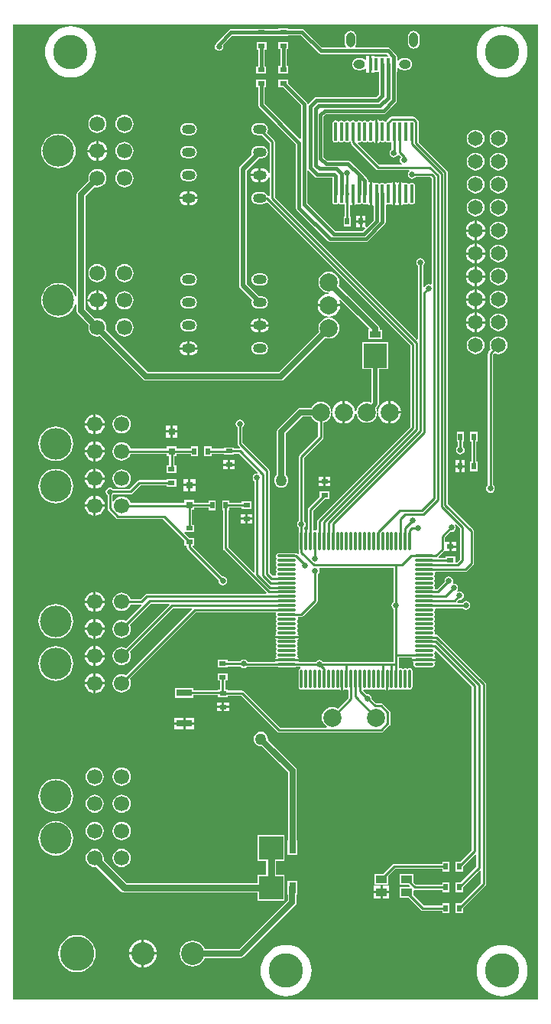
<source format=gtl>
G04 Layer_Physical_Order=1*
G04 Layer_Color=255*
%FSLAX44Y44*%
%MOMM*%
G71*
G01*
G75*
%ADD10R,0.8000X0.5000*%
%ADD11R,0.7620X1.2700*%
%ADD12R,2.6670X2.5400*%
%ADD13R,0.5000X0.8000*%
%ADD14R,1.2700X0.7620*%
%ADD15R,2.5400X2.6670*%
%ADD16O,0.3000X2.1000*%
%ADD17O,2.1000X0.3000*%
%ADD18R,1.2000X0.9000*%
%ADD19O,0.4000X2.1000*%
%ADD20R,0.4000X1.3500*%
%ADD21R,0.8000X0.8000*%
%ADD22R,1.7000X0.8000*%
%ADD23C,0.2540*%
%ADD24C,0.6350*%
%ADD25C,0.3810*%
%ADD26C,0.7620*%
%ADD27C,0.5080*%
%ADD28C,2.0000*%
%ADD29O,1.5240X1.0160*%
%ADD30C,3.8100*%
%ADD31C,2.5400*%
%ADD32C,1.7000*%
%ADD33C,3.5000*%
%ADD34C,1.6510*%
%ADD35O,1.0000X1.6500*%
%ADD36O,1.3000X1.0000*%
%ADD37C,0.6350*%
%ADD38C,1.2700*%
G36*
X584995Y3273D02*
X3352D01*
Y1082057D01*
X584995D01*
Y3273D01*
D02*
G37*
%LPC*%
G36*
X205175Y571137D02*
X199905D01*
Y565867D01*
X205175D01*
Y571137D01*
D02*
G37*
G36*
X92485Y578493D02*
X82787D01*
X83000Y576881D01*
X84112Y574196D01*
X85882Y571889D01*
X88188Y570120D01*
X90873Y569007D01*
X92485Y568795D01*
Y578493D01*
D02*
G37*
G36*
X104723D02*
X95025D01*
Y568795D01*
X96637Y569007D01*
X99323Y570120D01*
X101629Y571889D01*
X103399Y574196D01*
X104511Y576881D01*
X104723Y578493D01*
D02*
G37*
G36*
X95025Y560731D02*
Y551033D01*
X104723D01*
X104511Y552645D01*
X103399Y555331D01*
X101629Y557637D01*
X99323Y559407D01*
X96637Y560519D01*
X95025Y560731D01*
D02*
G37*
G36*
X50555Y590479D02*
X46826Y590112D01*
X43240Y589024D01*
X39935Y587258D01*
X37038Y584880D01*
X34661Y581983D01*
X32894Y578679D01*
X31807Y575093D01*
X31439Y571363D01*
X31807Y567634D01*
X32894Y564048D01*
X34661Y560743D01*
X37038Y557846D01*
X39935Y555469D01*
X43240Y553702D01*
X46826Y552615D01*
X50555Y552247D01*
X54285Y552615D01*
X57871Y553702D01*
X61176Y555469D01*
X64072Y557846D01*
X66450Y560743D01*
X68216Y564048D01*
X69304Y567634D01*
X69671Y571363D01*
X69304Y575093D01*
X68216Y578679D01*
X66450Y581983D01*
X64072Y584880D01*
X61176Y587258D01*
X57871Y589024D01*
X54285Y590112D01*
X50555Y590479D01*
D02*
G37*
G36*
X197365Y571137D02*
X192095D01*
Y565867D01*
X197365D01*
Y571137D01*
D02*
G37*
G36*
Y578947D02*
X192095D01*
Y573677D01*
X197365D01*
Y578947D01*
D02*
G37*
G36*
X205175D02*
X199905D01*
Y573677D01*
X205175D01*
Y578947D01*
D02*
G37*
G36*
X347067Y581248D02*
X341797D01*
Y577478D01*
X347067D01*
Y581248D01*
D02*
G37*
G36*
X123755Y589874D02*
X121139Y589529D01*
X118700Y588519D01*
X116606Y586912D01*
X115000Y584818D01*
X113989Y582380D01*
X113645Y579763D01*
X113989Y577146D01*
X115000Y574708D01*
X116606Y572614D01*
X118700Y571007D01*
X121139Y569997D01*
X123755Y569653D01*
X126372Y569997D01*
X128811Y571007D01*
X130905Y572614D01*
X132511Y574708D01*
X133521Y577146D01*
X133866Y579763D01*
X133521Y582380D01*
X132511Y584818D01*
X130905Y586912D01*
X128811Y588519D01*
X126372Y589529D01*
X123755Y589874D01*
D02*
G37*
G36*
X347067Y574938D02*
X341797D01*
Y571168D01*
X347067D01*
Y574938D01*
D02*
G37*
G36*
X354877D02*
X349607D01*
Y571168D01*
X354877D01*
Y574938D01*
D02*
G37*
G36*
X92485Y454381D02*
X90873Y454169D01*
X88188Y453057D01*
X85882Y451287D01*
X84112Y448981D01*
X83000Y446295D01*
X82787Y444683D01*
X92485D01*
Y454381D01*
D02*
G37*
G36*
X95025D02*
Y444683D01*
X104723D01*
X104511Y446295D01*
X103399Y448981D01*
X101629Y451287D01*
X99323Y453057D01*
X96637Y454169D01*
X95025Y454381D01*
D02*
G37*
G36*
X260751Y533928D02*
X255481D01*
Y530158D01*
X260751D01*
Y533928D01*
D02*
G37*
G36*
X95025Y424381D02*
Y414683D01*
X104724D01*
X104511Y416295D01*
X103399Y418981D01*
X101629Y421287D01*
X99323Y423057D01*
X96637Y424169D01*
X95025Y424381D01*
D02*
G37*
G36*
X92485Y442143D02*
X82787D01*
X83000Y440531D01*
X84112Y437846D01*
X85882Y435539D01*
X88188Y433770D01*
X90873Y432657D01*
X92485Y432445D01*
Y442143D01*
D02*
G37*
G36*
X104723D02*
X95025D01*
Y432445D01*
X96637Y432657D01*
X99323Y433770D01*
X101629Y435539D01*
X103399Y437846D01*
X104511Y440531D01*
X104723Y442143D01*
D02*
G37*
G36*
X92485Y548493D02*
X82787D01*
X83000Y546881D01*
X84112Y544196D01*
X85882Y541889D01*
X88188Y540120D01*
X90873Y539007D01*
X92485Y538795D01*
Y548493D01*
D02*
G37*
G36*
X104723D02*
X95025D01*
Y538795D01*
X96637Y539007D01*
X99323Y540120D01*
X101629Y541889D01*
X103399Y544196D01*
X104511Y546881D01*
X104723Y548493D01*
D02*
G37*
G36*
X92485Y560731D02*
X90873Y560519D01*
X88188Y559407D01*
X85882Y557637D01*
X84112Y555331D01*
X83000Y552645D01*
X82787Y551033D01*
X92485D01*
Y560731D01*
D02*
G37*
G36*
X268561Y533928D02*
X263291D01*
Y530158D01*
X268561D01*
Y533928D01*
D02*
G37*
G36*
X260751Y540238D02*
X255481D01*
Y536468D01*
X260751D01*
Y540238D01*
D02*
G37*
G36*
X268561D02*
X263291D01*
Y536468D01*
X268561D01*
Y540238D01*
D02*
G37*
G36*
X50555Y637279D02*
X46826Y636912D01*
X43240Y635824D01*
X39935Y634058D01*
X37038Y631680D01*
X34661Y628783D01*
X32894Y625479D01*
X31807Y621893D01*
X31439Y618163D01*
X31807Y614434D01*
X32894Y610848D01*
X34661Y607543D01*
X37038Y604646D01*
X39935Y602269D01*
X43240Y600502D01*
X46826Y599414D01*
X50555Y599047D01*
X54285Y599414D01*
X57871Y600502D01*
X61176Y602269D01*
X64072Y604646D01*
X66450Y607543D01*
X68216Y610848D01*
X69304Y614434D01*
X69671Y618163D01*
X69304Y621893D01*
X68216Y625479D01*
X66450Y628783D01*
X64072Y631680D01*
X61176Y634058D01*
X57871Y635824D01*
X54285Y636912D01*
X50555Y637279D01*
D02*
G37*
G36*
X123755Y619874D02*
X121139Y619529D01*
X118700Y618519D01*
X116606Y616912D01*
X115000Y614818D01*
X113989Y612380D01*
X113645Y609763D01*
X113989Y607146D01*
X115000Y604708D01*
X116606Y602614D01*
X118700Y601007D01*
X121139Y599997D01*
X123755Y599653D01*
X126372Y599997D01*
X128811Y601007D01*
X130905Y602614D01*
X132511Y604708D01*
X133425Y606914D01*
X173401D01*
Y604199D01*
X176076D01*
Y594048D01*
X173174D01*
Y586000D01*
X184222D01*
Y594048D01*
X181774D01*
Y604199D01*
X184449D01*
Y606875D01*
X200134D01*
Y604228D01*
X208182D01*
Y615276D01*
X200134D01*
Y612572D01*
X184449D01*
Y615247D01*
X173401D01*
Y612612D01*
X133425D01*
X132511Y614818D01*
X130905Y616912D01*
X128811Y618519D01*
X126372Y619529D01*
X123755Y619874D01*
D02*
G37*
G36*
X502779Y631610D02*
X494731D01*
Y620562D01*
X495906D01*
Y614865D01*
X495367Y614505D01*
X494328Y612950D01*
X493964Y611117D01*
X494328Y609283D01*
X495367Y607729D01*
X496921Y606690D01*
X498755Y606326D01*
X500588Y606690D01*
X502143Y607729D01*
X503181Y609283D01*
X503546Y611117D01*
X503181Y612950D01*
X502143Y614505D01*
X501604Y614865D01*
Y620562D01*
X502779D01*
Y631610D01*
D02*
G37*
G36*
X248973Y600079D02*
X243703D01*
Y596309D01*
X248973D01*
Y600079D01*
D02*
G37*
G36*
X104724Y608493D02*
X95025D01*
Y598795D01*
X96637Y599007D01*
X99323Y600120D01*
X101629Y601889D01*
X103399Y604196D01*
X104511Y606881D01*
X104724Y608493D01*
D02*
G37*
G36*
X92485D02*
X82787D01*
X83000Y606881D01*
X84112Y604196D01*
X85882Y601889D01*
X88188Y600120D01*
X90873Y599007D01*
X92485Y598795D01*
Y608493D01*
D02*
G37*
G36*
X185465Y630453D02*
X180195D01*
Y625183D01*
X185465D01*
Y630453D01*
D02*
G37*
G36*
X92485Y638493D02*
X82787D01*
X83000Y636881D01*
X84112Y634196D01*
X85882Y631889D01*
X88188Y630120D01*
X90873Y629007D01*
X92485Y628795D01*
Y638493D01*
D02*
G37*
G36*
X104723D02*
X95025D01*
Y628795D01*
X96637Y629007D01*
X99323Y630120D01*
X101629Y631889D01*
X103399Y634196D01*
X104511Y636881D01*
X104723Y638493D01*
D02*
G37*
G36*
X92485Y620731D02*
X90873Y620519D01*
X88188Y619407D01*
X85882Y617637D01*
X84112Y615331D01*
X83000Y612645D01*
X82787Y611033D01*
X92485D01*
Y620731D01*
D02*
G37*
G36*
X95025Y620731D02*
Y611033D01*
X104723D01*
X104511Y612645D01*
X103399Y615331D01*
X101629Y617637D01*
X99323Y619407D01*
X96637Y620519D01*
X95025Y620731D01*
D02*
G37*
G36*
X177655Y630453D02*
X172385D01*
Y625183D01*
X177655D01*
Y630453D01*
D02*
G37*
G36*
X95025Y590731D02*
Y581033D01*
X104723D01*
X104511Y582645D01*
X103399Y585331D01*
X101629Y587637D01*
X99323Y589407D01*
X96637Y590519D01*
X95025Y590731D01*
D02*
G37*
G36*
X497455Y592156D02*
X493685D01*
Y586886D01*
X497455D01*
Y592156D01*
D02*
G37*
G36*
X503765D02*
X499995D01*
Y586886D01*
X503765D01*
Y592156D01*
D02*
G37*
G36*
X354877Y581248D02*
X349607D01*
Y577478D01*
X354877D01*
Y581248D01*
D02*
G37*
G36*
X184222Y579048D02*
X173174D01*
Y577873D01*
X143317D01*
X143317Y577873D01*
X142227Y577656D01*
X141302Y577038D01*
X141302Y577038D01*
X132288Y568024D01*
X114182D01*
X113885Y568467D01*
X112331Y569506D01*
X110498Y569871D01*
X108664Y569506D01*
X107110Y568467D01*
X106071Y566913D01*
X105706Y565079D01*
X106071Y563246D01*
X107110Y561692D01*
X107823Y561215D01*
Y546627D01*
X107823Y546627D01*
X108040Y545537D01*
X108657Y544613D01*
X117430Y535840D01*
X117430Y535840D01*
X118354Y535222D01*
X119445Y535005D01*
X119445Y535005D01*
X169263D01*
X193080Y511188D01*
Y505669D01*
X195756D01*
Y503702D01*
X195756Y503702D01*
X195972Y502612D01*
X196590Y501688D01*
X231042Y467235D01*
X230916Y466599D01*
X231281Y464766D01*
X232319Y463211D01*
X233874Y462173D01*
X235707Y461808D01*
X237540Y462173D01*
X239095Y463211D01*
X240133Y464766D01*
X240498Y466599D01*
X240133Y468433D01*
X239095Y469987D01*
X237540Y471026D01*
X235707Y471390D01*
X235071Y471264D01*
X201936Y504399D01*
X202462Y505669D01*
X204128D01*
Y513717D01*
X198609D01*
X192819Y519507D01*
X193453Y520669D01*
X194196Y520669D01*
X204128D01*
Y528717D01*
X201483D01*
Y544883D01*
X204159D01*
Y547558D01*
X219782D01*
Y544739D01*
X227830D01*
Y555787D01*
X219782D01*
Y553256D01*
X204159D01*
Y555931D01*
X193111D01*
Y552612D01*
X133425D01*
X132511Y554818D01*
X130905Y556912D01*
X128811Y558519D01*
X126372Y559529D01*
X123755Y559874D01*
X121139Y559529D01*
X118700Y558519D01*
X116606Y556912D01*
X115000Y554818D01*
X114790Y554313D01*
X113520Y554566D01*
Y561448D01*
X113885Y561692D01*
X114309Y562326D01*
X133468D01*
X133468Y562326D01*
X134558Y562543D01*
X135482Y563161D01*
X144497Y572175D01*
X173174D01*
Y571000D01*
X184222D01*
Y579048D01*
D02*
G37*
G36*
X92485Y590731D02*
X90873Y590519D01*
X88188Y589407D01*
X85882Y587637D01*
X84112Y585331D01*
X83000Y582645D01*
X82787Y581033D01*
X92485D01*
Y590731D01*
D02*
G37*
G36*
X497455Y599966D02*
X493685D01*
Y594696D01*
X497455D01*
Y599966D01*
D02*
G37*
G36*
X503765D02*
X499995D01*
Y594696D01*
X503765D01*
Y599966D01*
D02*
G37*
G36*
X241163Y600079D02*
X235893D01*
Y596309D01*
X241163D01*
Y600079D01*
D02*
G37*
G36*
X517779Y631610D02*
X509731D01*
Y620562D01*
X510906D01*
Y598950D01*
X509701D01*
Y587902D01*
X517749D01*
Y598950D01*
X516604D01*
Y620562D01*
X517779D01*
Y631610D01*
D02*
G37*
G36*
X241163Y593769D02*
X235893D01*
Y589999D01*
X241163D01*
Y593769D01*
D02*
G37*
G36*
X248973D02*
X243703D01*
Y589999D01*
X248973D01*
Y593769D01*
D02*
G37*
G36*
X486759Y156145D02*
X478712D01*
Y153470D01*
X425536D01*
X425536Y153470D01*
X424446Y153253D01*
X423521Y152636D01*
X423521Y152635D01*
X413517Y142631D01*
X403998D01*
Y130583D01*
X419046D01*
Y140102D01*
X426716Y147773D01*
X478712D01*
Y145097D01*
X486759D01*
Y156145D01*
D02*
G37*
G36*
X50555Y200739D02*
X46826Y200372D01*
X43240Y199284D01*
X39935Y197518D01*
X37038Y195140D01*
X34661Y192243D01*
X32894Y188939D01*
X31807Y185353D01*
X31439Y181623D01*
X31807Y177894D01*
X32894Y174308D01*
X34661Y171003D01*
X37038Y168106D01*
X39935Y165729D01*
X43240Y163962D01*
X46826Y162875D01*
X50555Y162507D01*
X54285Y162875D01*
X57871Y163962D01*
X61176Y165729D01*
X64072Y168106D01*
X66450Y171003D01*
X68216Y174308D01*
X69304Y177894D01*
X69671Y181623D01*
X69304Y185353D01*
X68216Y188939D01*
X66450Y192243D01*
X64072Y195140D01*
X61176Y197518D01*
X57871Y199284D01*
X54285Y200372D01*
X50555Y200739D01*
D02*
G37*
G36*
X277687Y299572D02*
X275632Y299301D01*
X273717Y298508D01*
X272072Y297246D01*
X270810Y295601D01*
X270016Y293685D01*
X269746Y291630D01*
X270016Y289574D01*
X270810Y287659D01*
X272072Y286014D01*
X273717Y284752D01*
X275632Y283958D01*
X277687Y283688D01*
X278718Y283823D01*
X307959Y254583D01*
Y179151D01*
X307416D01*
Y163403D01*
X318084D01*
Y179151D01*
X317541D01*
Y256567D01*
X317176Y258401D01*
X316138Y259955D01*
X285494Y290599D01*
X285629Y291630D01*
X285359Y293685D01*
X284565Y295601D01*
X283303Y297246D01*
X281658Y298508D01*
X279743Y299301D01*
X277687Y299572D01*
D02*
G37*
G36*
X420062Y129147D02*
X412792D01*
Y123377D01*
X420062D01*
Y129147D01*
D02*
G37*
G36*
X304114Y185501D02*
X274396D01*
Y157053D01*
X283816D01*
Y141222D01*
X274396D01*
Y132437D01*
X129033D01*
X103584Y157885D01*
X103866Y160023D01*
X103521Y162640D01*
X102511Y165079D01*
X100905Y167172D01*
X98811Y168779D01*
X96372Y169789D01*
X93755Y170134D01*
X91139Y169789D01*
X88700Y168779D01*
X86606Y167172D01*
X85000Y165079D01*
X83989Y162640D01*
X83645Y160023D01*
X83989Y157406D01*
X85000Y154968D01*
X86606Y152874D01*
X88700Y151267D01*
X91139Y150257D01*
X93755Y149913D01*
X95893Y150194D01*
X122935Y123153D01*
X124699Y121974D01*
X126780Y121560D01*
X274396D01*
Y112774D01*
X304114D01*
Y141222D01*
X294693D01*
Y157053D01*
X304114D01*
Y185501D01*
D02*
G37*
G36*
X123755Y170134D02*
X121139Y169789D01*
X118700Y168779D01*
X116606Y167172D01*
X115000Y165079D01*
X113989Y162640D01*
X113645Y160023D01*
X113989Y157406D01*
X115000Y154968D01*
X116606Y152874D01*
X118700Y151267D01*
X121139Y150257D01*
X123755Y149913D01*
X126372Y150257D01*
X128811Y151267D01*
X130905Y152874D01*
X132511Y154968D01*
X133521Y157406D01*
X133866Y160023D01*
X133521Y162640D01*
X132511Y165079D01*
X130905Y167172D01*
X128811Y168779D01*
X126372Y169789D01*
X123755Y170134D01*
D02*
G37*
G36*
X93755Y230134D02*
X91139Y229789D01*
X88700Y228779D01*
X86606Y227172D01*
X85000Y225079D01*
X83989Y222640D01*
X83645Y220023D01*
X83989Y217406D01*
X85000Y214968D01*
X86606Y212874D01*
X88700Y211267D01*
X91139Y210257D01*
X93755Y209913D01*
X96372Y210257D01*
X98811Y211267D01*
X100905Y212874D01*
X102511Y214968D01*
X103521Y217406D01*
X103866Y220023D01*
X103521Y222640D01*
X102511Y225079D01*
X100905Y227172D01*
X98811Y228779D01*
X96372Y229789D01*
X93755Y230134D01*
D02*
G37*
G36*
X123755D02*
X121139Y229789D01*
X118700Y228779D01*
X116606Y227172D01*
X115000Y225079D01*
X113989Y222640D01*
X113645Y220023D01*
X113989Y217406D01*
X115000Y214968D01*
X116606Y212874D01*
X118700Y211267D01*
X121139Y210257D01*
X123755Y209913D01*
X126372Y210257D01*
X128811Y211267D01*
X130905Y212874D01*
X132511Y214968D01*
X133521Y217406D01*
X133866Y220023D01*
X133521Y222640D01*
X132511Y225079D01*
X130905Y227172D01*
X128811Y228779D01*
X126372Y229789D01*
X123755Y230134D01*
D02*
G37*
G36*
X93755Y260134D02*
X91139Y259789D01*
X88700Y258779D01*
X86606Y257172D01*
X85000Y255079D01*
X83989Y252640D01*
X83645Y250023D01*
X83989Y247407D01*
X85000Y244968D01*
X86606Y242874D01*
X88700Y241267D01*
X91139Y240257D01*
X93755Y239913D01*
X96372Y240257D01*
X98811Y241267D01*
X100905Y242874D01*
X102511Y244968D01*
X103521Y247407D01*
X103866Y250023D01*
X103521Y252640D01*
X102511Y255079D01*
X100905Y257172D01*
X98811Y258779D01*
X96372Y259789D01*
X93755Y260134D01*
D02*
G37*
G36*
Y200134D02*
X91139Y199789D01*
X88700Y198779D01*
X86606Y197172D01*
X85000Y195079D01*
X83989Y192640D01*
X83645Y190023D01*
X83989Y187407D01*
X85000Y184968D01*
X86606Y182874D01*
X88700Y181267D01*
X91139Y180257D01*
X93755Y179913D01*
X96372Y180257D01*
X98811Y181267D01*
X100905Y182874D01*
X102511Y184968D01*
X103521Y187407D01*
X103866Y190023D01*
X103521Y192640D01*
X102511Y195079D01*
X100905Y197172D01*
X98811Y198779D01*
X96372Y199789D01*
X93755Y200134D01*
D02*
G37*
G36*
X123755D02*
X121139Y199789D01*
X118700Y198779D01*
X116606Y197172D01*
X115000Y195079D01*
X113989Y192640D01*
X113645Y190023D01*
X113989Y187407D01*
X115000Y184968D01*
X116606Y182874D01*
X118700Y181267D01*
X121139Y180257D01*
X123755Y179913D01*
X126372Y180257D01*
X128811Y181267D01*
X130905Y182874D01*
X132511Y184968D01*
X133521Y187407D01*
X133866Y190023D01*
X133521Y192640D01*
X132511Y195079D01*
X130905Y197172D01*
X128811Y198779D01*
X126372Y199789D01*
X123755Y200134D01*
D02*
G37*
G36*
X50555Y247539D02*
X46826Y247172D01*
X43240Y246084D01*
X39935Y244318D01*
X37038Y241940D01*
X34661Y239044D01*
X32894Y235739D01*
X31807Y232153D01*
X31439Y228423D01*
X31807Y224694D01*
X32894Y221108D01*
X34661Y217803D01*
X37038Y214906D01*
X39935Y212529D01*
X43240Y210762D01*
X46826Y209674D01*
X50555Y209307D01*
X54285Y209674D01*
X57871Y210762D01*
X61176Y212529D01*
X64072Y214906D01*
X66450Y217803D01*
X68216Y221108D01*
X69304Y224694D01*
X69671Y228423D01*
X69304Y232153D01*
X68216Y235739D01*
X66450Y239044D01*
X64072Y241940D01*
X61176Y244318D01*
X57871Y246084D01*
X54285Y247172D01*
X50555Y247539D01*
D02*
G37*
G36*
X162243Y52969D02*
X148324D01*
Y39051D01*
X150042Y39220D01*
X152914Y40092D01*
X155562Y41507D01*
X157882Y43411D01*
X159787Y45732D01*
X161202Y48379D01*
X162073Y51252D01*
X162243Y52969D01*
D02*
G37*
G36*
X145784D02*
X131865D01*
X132035Y51252D01*
X132906Y48379D01*
X134321Y45732D01*
X136226Y43411D01*
X138546Y41507D01*
X141194Y40092D01*
X144066Y39220D01*
X145784Y39051D01*
Y52969D01*
D02*
G37*
G36*
Y69428D02*
X144066Y69259D01*
X141194Y68388D01*
X138546Y66972D01*
X136226Y65068D01*
X134321Y62747D01*
X132906Y60100D01*
X132035Y57227D01*
X131865Y55510D01*
X145784D01*
Y69428D01*
D02*
G37*
G36*
X305828Y63652D02*
X301404Y63304D01*
X297089Y62268D01*
X292989Y60569D01*
X289205Y58251D01*
X285830Y55368D01*
X282948Y51994D01*
X280630Y48210D01*
X278931Y44110D01*
X277895Y39795D01*
X277547Y35371D01*
X277895Y30947D01*
X278931Y26631D01*
X280630Y22531D01*
X282948Y18748D01*
X285830Y15373D01*
X289205Y12491D01*
X292989Y10172D01*
X297089Y8474D01*
X301404Y7438D01*
X305828Y7089D01*
X310252Y7438D01*
X314568Y8474D01*
X318668Y10172D01*
X322452Y12491D01*
X325826Y15373D01*
X328708Y18748D01*
X331027Y22531D01*
X332725Y26631D01*
X333761Y30947D01*
X334109Y35371D01*
X333761Y39795D01*
X332725Y44110D01*
X331027Y48210D01*
X328708Y51994D01*
X325826Y55368D01*
X322452Y58251D01*
X318668Y60569D01*
X314568Y62268D01*
X310252Y63304D01*
X305828Y63652D01*
D02*
G37*
G36*
X545047D02*
X540622Y63304D01*
X536307Y62268D01*
X532207Y60569D01*
X528423Y58251D01*
X525049Y55368D01*
X522167Y51994D01*
X519848Y48210D01*
X518150Y44110D01*
X517114Y39795D01*
X516765Y35371D01*
X517114Y30947D01*
X518150Y26631D01*
X519848Y22531D01*
X522167Y18748D01*
X525049Y15373D01*
X528423Y12491D01*
X532207Y10172D01*
X536307Y8474D01*
X540622Y7438D01*
X545047Y7089D01*
X549471Y7438D01*
X553786Y8474D01*
X557886Y10172D01*
X561670Y12491D01*
X565044Y15373D01*
X567927Y18748D01*
X570245Y22531D01*
X571944Y26631D01*
X572980Y30947D01*
X573328Y35371D01*
X572980Y39795D01*
X571944Y44110D01*
X570245Y48210D01*
X567927Y51994D01*
X565044Y55368D01*
X561670Y58251D01*
X557886Y60569D01*
X553786Y62268D01*
X549471Y63304D01*
X545047Y63652D01*
D02*
G37*
G36*
X74156Y74913D02*
X70123Y74516D01*
X66245Y73339D01*
X62670Y71429D01*
X59538Y68858D01*
X56967Y65725D01*
X55056Y62151D01*
X53880Y58273D01*
X53482Y54240D01*
X53880Y50206D01*
X55056Y46328D01*
X56967Y42754D01*
X59538Y39621D01*
X62670Y37050D01*
X66245Y35140D01*
X70123Y33963D01*
X74156Y33566D01*
X78189Y33963D01*
X82067Y35140D01*
X85642Y37050D01*
X88774Y39621D01*
X91345Y42754D01*
X93256Y46328D01*
X94432Y50206D01*
X94830Y54240D01*
X94432Y58273D01*
X93256Y62151D01*
X91345Y65725D01*
X88774Y68858D01*
X85642Y71429D01*
X82067Y73339D01*
X78189Y74516D01*
X74156Y74913D01*
D02*
G37*
G36*
X420062Y120837D02*
X412792D01*
Y115067D01*
X420062D01*
Y120837D01*
D02*
G37*
G36*
X447046Y142631D02*
X431998D01*
Y130583D01*
X441517D01*
X442796Y129304D01*
X442310Y128131D01*
X431998D01*
Y116083D01*
X441517D01*
X455101Y102499D01*
X455101Y102499D01*
X456025Y101882D01*
X457115Y101665D01*
X478712D01*
Y98989D01*
X486759D01*
Y110037D01*
X478712D01*
Y107362D01*
X458295D01*
X447046Y118612D01*
Y123809D01*
X448316Y124768D01*
X448561Y124719D01*
X448562Y124719D01*
X478712D01*
Y122043D01*
X486759D01*
Y133091D01*
X478712D01*
Y130416D01*
X449741D01*
X447046Y133112D01*
Y142631D01*
D02*
G37*
G36*
X410252Y129147D02*
X402982D01*
Y123377D01*
X410252D01*
Y129147D01*
D02*
G37*
G36*
X148324Y69428D02*
Y55510D01*
X162243D01*
X162073Y57227D01*
X161202Y60100D01*
X159787Y62747D01*
X157882Y65068D01*
X155562Y66972D01*
X152914Y68388D01*
X150042Y69259D01*
X148324Y69428D01*
D02*
G37*
G36*
X318084Y134872D02*
X307416D01*
Y119124D01*
X307839D01*
Y113075D01*
X253795Y59031D01*
X215583D01*
X214597Y61413D01*
X212317Y64384D01*
X209345Y66664D01*
X205885Y68097D01*
X202172Y68586D01*
X198459Y68097D01*
X194999Y66664D01*
X192027Y64384D01*
X189747Y61413D01*
X188314Y57953D01*
X187825Y54240D01*
X188314Y50526D01*
X189747Y47066D01*
X192027Y44095D01*
X194999Y41815D01*
X198459Y40382D01*
X202172Y39893D01*
X205885Y40382D01*
X209345Y41815D01*
X212317Y44095D01*
X214597Y47066D01*
X215583Y49448D01*
X255780D01*
X257613Y49813D01*
X259168Y50852D01*
X316018Y107702D01*
X317057Y109257D01*
X317421Y111090D01*
Y119124D01*
X318084D01*
Y134872D01*
D02*
G37*
G36*
X410252Y120837D02*
X402982D01*
Y115067D01*
X410252D01*
Y120837D01*
D02*
G37*
G36*
X92485Y382143D02*
X82787D01*
X83000Y380531D01*
X84112Y377845D01*
X85882Y375539D01*
X88188Y373770D01*
X90873Y372657D01*
X92485Y372445D01*
Y382143D01*
D02*
G37*
G36*
X104723D02*
X95025D01*
Y372445D01*
X96637Y372657D01*
X99323Y373770D01*
X101629Y375539D01*
X103399Y377845D01*
X104511Y380531D01*
X104723Y382143D01*
D02*
G37*
G36*
X319546Y403012D02*
X306679D01*
X293813D01*
X293874Y402706D01*
X294767Y401370D01*
X295230Y401060D01*
X294831Y400462D01*
X294596Y399282D01*
X294831Y398102D01*
X295499Y397102D01*
Y396462D01*
X294831Y395462D01*
X294596Y394282D01*
X294831Y393102D01*
X295499Y392102D01*
Y391462D01*
X294831Y390462D01*
X294596Y389282D01*
X294831Y388102D01*
X295499Y387102D01*
Y386462D01*
X294831Y385462D01*
X294596Y384282D01*
X294831Y383102D01*
X295230Y382505D01*
X294767Y382195D01*
X293874Y380858D01*
X293813Y380552D01*
X306679D01*
X319546D01*
X319485Y380858D01*
X318592Y382195D01*
X318129Y382505D01*
X318528Y383102D01*
X318763Y384282D01*
X318528Y385462D01*
X317860Y386462D01*
Y387102D01*
X318528Y388102D01*
X318763Y389282D01*
X318528Y390462D01*
X317860Y391462D01*
Y392102D01*
X318528Y393102D01*
X318763Y394282D01*
X318528Y395462D01*
X317860Y396462D01*
Y397102D01*
X318528Y398102D01*
X318763Y399282D01*
X318528Y400462D01*
X318129Y401060D01*
X318592Y401370D01*
X319485Y402706D01*
X319546Y403012D01*
D02*
G37*
G36*
X95025Y364381D02*
Y354683D01*
X104723D01*
X104511Y356295D01*
X103399Y358981D01*
X101629Y361287D01*
X99323Y363057D01*
X96637Y364169D01*
X95025Y364381D01*
D02*
G37*
G36*
X50555Y394129D02*
X46826Y393762D01*
X43240Y392674D01*
X39935Y390908D01*
X37038Y388530D01*
X34661Y385634D01*
X32894Y382329D01*
X31807Y378742D01*
X31439Y375013D01*
X31807Y371284D01*
X32894Y367698D01*
X34661Y364393D01*
X37038Y361496D01*
X39935Y359119D01*
X43240Y357352D01*
X46826Y356264D01*
X50555Y355897D01*
X54285Y356264D01*
X57871Y357352D01*
X61176Y359119D01*
X64072Y361496D01*
X66450Y364393D01*
X68216Y367698D01*
X69304Y371284D01*
X69671Y375013D01*
X69304Y378742D01*
X68216Y382329D01*
X66450Y385634D01*
X64072Y388530D01*
X61176Y390908D01*
X57871Y392674D01*
X54285Y393762D01*
X50555Y394129D01*
D02*
G37*
G36*
X471546Y378012D02*
X458679D01*
X445813D01*
X445874Y377706D01*
X446767Y376370D01*
X447230Y376060D01*
X446831Y375462D01*
X446596Y374282D01*
X446831Y373102D01*
X447499Y372102D01*
X448499Y371434D01*
X449679Y371199D01*
X467679D01*
X468859Y371434D01*
X469860Y372102D01*
X470528Y373102D01*
X470763Y374282D01*
X470528Y375462D01*
X470129Y376060D01*
X470592Y376370D01*
X471485Y377706D01*
X471546Y378012D01*
D02*
G37*
G36*
X104723Y412143D02*
X95025D01*
Y402445D01*
X96637Y402657D01*
X99323Y403770D01*
X101629Y405539D01*
X103399Y407845D01*
X104511Y410531D01*
X104723Y412143D01*
D02*
G37*
G36*
X50555Y440929D02*
X46826Y440562D01*
X43240Y439474D01*
X39935Y437708D01*
X37038Y435330D01*
X34661Y432434D01*
X32894Y429129D01*
X31807Y425542D01*
X31439Y421813D01*
X31807Y418084D01*
X32894Y414498D01*
X34661Y411193D01*
X37038Y408296D01*
X39935Y405919D01*
X43240Y404152D01*
X46826Y403064D01*
X50555Y402697D01*
X54285Y403064D01*
X57871Y404152D01*
X61176Y405919D01*
X64072Y408296D01*
X66450Y411193D01*
X68216Y414498D01*
X69304Y418084D01*
X69671Y421813D01*
X69304Y425542D01*
X68216Y429129D01*
X66450Y432434D01*
X64072Y435330D01*
X61176Y437708D01*
X57871Y439474D01*
X54285Y440562D01*
X50555Y440929D01*
D02*
G37*
G36*
X92485Y424381D02*
X90873Y424169D01*
X88188Y423057D01*
X85882Y421287D01*
X84112Y418981D01*
X83000Y416295D01*
X82787Y414683D01*
X92485D01*
Y424381D01*
D02*
G37*
G36*
X92485Y394381D02*
X90873Y394169D01*
X88188Y393057D01*
X85882Y391287D01*
X84112Y388981D01*
X83000Y386295D01*
X82787Y384683D01*
X92485D01*
Y394381D01*
D02*
G37*
G36*
X95025D02*
Y384683D01*
X104723D01*
X104511Y386295D01*
X103399Y388981D01*
X101629Y391287D01*
X99323Y393057D01*
X96637Y394169D01*
X95025Y394381D01*
D02*
G37*
G36*
X92485Y412143D02*
X82787D01*
X83000Y410531D01*
X84112Y407845D01*
X85882Y405539D01*
X88188Y403770D01*
X90873Y402657D01*
X92485Y402445D01*
Y412143D01*
D02*
G37*
G36*
X191663Y315375D02*
X181893D01*
Y310105D01*
X191663D01*
Y315375D01*
D02*
G37*
G36*
X203973D02*
X194203D01*
Y310105D01*
X203973D01*
Y315375D01*
D02*
G37*
G36*
X234713Y325963D02*
X229443D01*
Y322193D01*
X234713D01*
Y325963D01*
D02*
G37*
G36*
X123755Y260134D02*
X121139Y259789D01*
X118700Y258779D01*
X116606Y257172D01*
X115000Y255079D01*
X113989Y252640D01*
X113645Y250023D01*
X113989Y247407D01*
X115000Y244968D01*
X116606Y242874D01*
X118700Y241267D01*
X121139Y240257D01*
X123755Y239913D01*
X126372Y240257D01*
X128811Y241267D01*
X130905Y242874D01*
X132511Y244968D01*
X133521Y247407D01*
X133866Y250023D01*
X133521Y252640D01*
X132511Y255079D01*
X130905Y257172D01*
X128811Y258779D01*
X126372Y259789D01*
X123755Y260134D01*
D02*
G37*
G36*
X191663Y307565D02*
X181893D01*
Y302295D01*
X191663D01*
Y307565D01*
D02*
G37*
G36*
X203973D02*
X194203D01*
Y302295D01*
X203973D01*
Y307565D01*
D02*
G37*
G36*
X92485Y352143D02*
X82787D01*
X83000Y350531D01*
X84112Y347845D01*
X85882Y345539D01*
X88188Y343770D01*
X90873Y342657D01*
X92485Y342445D01*
Y352143D01*
D02*
G37*
G36*
X104723D02*
X95025D01*
Y342445D01*
X96637Y342657D01*
X99323Y343770D01*
X101629Y345539D01*
X103399Y347845D01*
X104511Y350531D01*
X104723Y352143D01*
D02*
G37*
G36*
X92485Y364381D02*
X90873Y364169D01*
X88188Y363057D01*
X85882Y361287D01*
X84112Y358981D01*
X83000Y356295D01*
X82787Y354683D01*
X92485D01*
Y364381D01*
D02*
G37*
G36*
X242523Y325963D02*
X237253D01*
Y322193D01*
X242523D01*
Y325963D01*
D02*
G37*
G36*
X234713Y332273D02*
X229443D01*
Y328503D01*
X234713D01*
Y332273D01*
D02*
G37*
G36*
X242523D02*
X237253D01*
Y328503D01*
X242523D01*
Y332273D01*
D02*
G37*
G36*
X123755Y649874D02*
X121139Y649529D01*
X118700Y648519D01*
X116606Y646912D01*
X115000Y644818D01*
X113989Y642380D01*
X113645Y639763D01*
X113989Y637146D01*
X115000Y634708D01*
X116606Y632614D01*
X118700Y631007D01*
X121139Y629997D01*
X123755Y629653D01*
X126372Y629997D01*
X128811Y631007D01*
X130905Y632614D01*
X132511Y634708D01*
X133521Y637146D01*
X133866Y639763D01*
X133521Y642380D01*
X132511Y644818D01*
X130905Y646912D01*
X128811Y648519D01*
X126372Y649529D01*
X123755Y649874D01*
D02*
G37*
G36*
X207739Y888764D02*
X198950D01*
Y882348D01*
X200220D01*
X202209Y882610D01*
X204063Y883378D01*
X205655Y884599D01*
X206876Y886191D01*
X207644Y888045D01*
X207739Y888764D01*
D02*
G37*
G36*
X433286Y907767D02*
Y894890D01*
Y882014D01*
X433787Y882114D01*
X435289Y883117D01*
X436895Y883235D01*
X437141Y883071D01*
X438516Y882797D01*
X439891Y883071D01*
X440981Y883799D01*
X441344Y883961D01*
X442188D01*
X442550Y883799D01*
X443641Y883071D01*
X445016Y882797D01*
X446391Y883071D01*
X447556Y883850D01*
X448335Y885015D01*
X448609Y886390D01*
Y903390D01*
X448335Y904765D01*
X447556Y905931D01*
X446391Y906710D01*
X445016Y906983D01*
X443641Y906710D01*
X442550Y905981D01*
X442188Y905820D01*
X441344D01*
X440981Y905981D01*
X439891Y906710D01*
X438516Y906983D01*
X437141Y906710D01*
X436895Y906546D01*
X435289Y906664D01*
X433787Y907667D01*
X433286Y907767D01*
D02*
G37*
G36*
X196410Y897720D02*
X195140D01*
X193151Y897458D01*
X191297Y896690D01*
X189705Y895469D01*
X188484Y893877D01*
X187716Y892023D01*
X187621Y891304D01*
X196410D01*
Y897720D01*
D02*
G37*
G36*
X515740Y889427D02*
X513187Y889091D01*
X510808Y888106D01*
X508765Y886538D01*
X507197Y884496D01*
X506212Y882117D01*
X505876Y879564D01*
X506212Y877011D01*
X507197Y874632D01*
X508765Y872589D01*
X510808Y871022D01*
X513187Y870037D01*
X515740Y869701D01*
X518292Y870037D01*
X520671Y871022D01*
X522714Y872589D01*
X524281Y874632D01*
X525267Y877011D01*
X525603Y879564D01*
X525267Y882117D01*
X524281Y884496D01*
X522714Y886538D01*
X520671Y888106D01*
X518292Y889091D01*
X515740Y889427D01*
D02*
G37*
G36*
X541139D02*
X538587Y889091D01*
X536208Y888106D01*
X534165Y886538D01*
X532598Y884496D01*
X531612Y882117D01*
X531276Y879564D01*
X531612Y877011D01*
X532598Y874632D01*
X534165Y872589D01*
X536208Y871022D01*
X538587Y870037D01*
X541139Y869701D01*
X543692Y870037D01*
X546071Y871022D01*
X548114Y872589D01*
X549681Y874632D01*
X550667Y877011D01*
X551003Y879564D01*
X550667Y882117D01*
X549681Y884496D01*
X548114Y886538D01*
X546071Y888106D01*
X543692Y889091D01*
X541139Y889427D01*
D02*
G37*
G36*
X196410Y888764D02*
X187621D01*
X187716Y888045D01*
X188484Y886191D01*
X189705Y884599D01*
X191297Y883378D01*
X193151Y882610D01*
X195140Y882348D01*
X196410D01*
Y888764D01*
D02*
G37*
G36*
X96705Y922215D02*
X94089Y921870D01*
X91650Y920860D01*
X89556Y919253D01*
X87949Y917159D01*
X86939Y914721D01*
X86595Y912104D01*
X86939Y909487D01*
X87049Y909223D01*
X75224Y897399D01*
X74186Y895844D01*
X73821Y894011D01*
Y777781D01*
X72551Y777718D01*
X72254Y780733D01*
X71166Y784319D01*
X69400Y787624D01*
X67023Y790521D01*
X64126Y792898D01*
X60821Y794665D01*
X57235Y795753D01*
X53505Y796120D01*
X49776Y795753D01*
X46190Y794665D01*
X42885Y792898D01*
X39988Y790521D01*
X37611Y787624D01*
X35845Y784319D01*
X34757Y780733D01*
X34389Y777004D01*
X34757Y773275D01*
X35845Y769689D01*
X37611Y766384D01*
X39988Y763487D01*
X42885Y761110D01*
X46190Y759343D01*
X49776Y758255D01*
X53505Y757888D01*
X57235Y758255D01*
X60821Y759343D01*
X64126Y761110D01*
X67023Y763487D01*
X69400Y766384D01*
X71166Y769689D01*
X72254Y773275D01*
X72551Y776290D01*
X73821Y776227D01*
Y765097D01*
X74186Y763264D01*
X75224Y761710D01*
X87049Y749885D01*
X86939Y749621D01*
X86595Y747004D01*
X86939Y744387D01*
X87949Y741949D01*
X89556Y739855D01*
X91650Y738248D01*
X94089Y737238D01*
X96705Y736893D01*
X99322Y737238D01*
X99586Y737347D01*
X147484Y689450D01*
X149038Y688411D01*
X150872Y688047D01*
X299826D01*
X301660Y688411D01*
X303214Y689450D01*
X349118Y735354D01*
X350139Y734932D01*
X353147Y734536D01*
X356156Y734932D01*
X358959Y736093D01*
X361366Y737940D01*
X363214Y740347D01*
X364375Y743151D01*
X364771Y746159D01*
X364375Y749167D01*
X363214Y751971D01*
X361366Y754378D01*
X358959Y756225D01*
X356156Y757386D01*
X353832Y757692D01*
X353727Y757706D01*
Y758987D01*
X353832Y759001D01*
X356421Y759342D01*
X359471Y760605D01*
X362091Y762615D01*
X364101Y765235D01*
X365364Y768285D01*
X365628Y770289D01*
X353147D01*
X340666D01*
X340930Y768285D01*
X342194Y765235D01*
X344204Y762615D01*
X346823Y760605D01*
X349874Y759342D01*
X352463Y759001D01*
X352568Y758987D01*
Y757706D01*
X352463Y757692D01*
X350139Y757386D01*
X347336Y756225D01*
X344928Y754378D01*
X343081Y751971D01*
X341920Y749167D01*
X341524Y746159D01*
X341920Y743151D01*
X342343Y742130D01*
X297842Y697629D01*
X152856D01*
X106362Y744123D01*
X106471Y744387D01*
X106816Y747004D01*
X106471Y749621D01*
X105461Y752059D01*
X103855Y754153D01*
X101761Y755760D01*
X99322Y756770D01*
X96705Y757114D01*
X94089Y756770D01*
X93824Y756661D01*
X83403Y767082D01*
Y892026D01*
X93824Y902448D01*
X94089Y902338D01*
X96705Y901993D01*
X99322Y902338D01*
X101761Y903348D01*
X103855Y904955D01*
X105461Y907049D01*
X106471Y909487D01*
X106816Y912104D01*
X106471Y914721D01*
X105461Y917159D01*
X103855Y919253D01*
X101761Y920860D01*
X99322Y921870D01*
X96705Y922215D01*
D02*
G37*
G36*
X126705D02*
X124089Y921870D01*
X121650Y920860D01*
X119556Y919253D01*
X117949Y917159D01*
X116939Y914721D01*
X116595Y912104D01*
X116939Y909487D01*
X117949Y907049D01*
X119556Y904955D01*
X121650Y903348D01*
X124089Y902338D01*
X126705Y901993D01*
X129322Y902338D01*
X131761Y903348D01*
X133855Y904955D01*
X135461Y907049D01*
X136471Y909487D01*
X136816Y912104D01*
X136471Y914721D01*
X135461Y917159D01*
X133855Y919253D01*
X131761Y920860D01*
X129322Y921870D01*
X126705Y922215D01*
D02*
G37*
G36*
X430746Y907767D02*
X430244Y907667D01*
X428766Y906679D01*
X427287Y907667D01*
X426786Y907767D01*
Y894890D01*
Y882014D01*
X427287Y882114D01*
X428766Y883102D01*
X430244Y882114D01*
X430746Y882014D01*
Y894890D01*
Y907767D01*
D02*
G37*
G36*
X200220Y897720D02*
X198950D01*
Y891304D01*
X207739D01*
X207644Y892023D01*
X206876Y893877D01*
X205655Y895469D01*
X204063Y896690D01*
X202209Y897458D01*
X200220Y897720D01*
D02*
G37*
G36*
X515740Y914827D02*
X513187Y914491D01*
X510808Y913506D01*
X508765Y911938D01*
X507197Y909896D01*
X506212Y907517D01*
X505876Y904964D01*
X506212Y902411D01*
X507197Y900032D01*
X508765Y897990D01*
X510808Y896422D01*
X513187Y895437D01*
X515740Y895101D01*
X518292Y895437D01*
X520671Y896422D01*
X522714Y897990D01*
X524281Y900032D01*
X525267Y902411D01*
X525603Y904964D01*
X525267Y907517D01*
X524281Y909896D01*
X522714Y911938D01*
X520671Y913506D01*
X518292Y914491D01*
X515740Y914827D01*
D02*
G37*
G36*
X541139D02*
X538587Y914491D01*
X536208Y913506D01*
X534165Y911938D01*
X532598Y909896D01*
X531612Y907517D01*
X531276Y904964D01*
X531612Y902411D01*
X532598Y900032D01*
X534165Y897990D01*
X536208Y896422D01*
X538587Y895437D01*
X541139Y895101D01*
X543692Y895437D01*
X546071Y896422D01*
X548114Y897990D01*
X549681Y900032D01*
X550667Y902411D01*
X551003Y904964D01*
X550667Y907517D01*
X549681Y909896D01*
X548114Y911938D01*
X546071Y913506D01*
X543692Y914491D01*
X541139Y914827D01*
D02*
G37*
G36*
X393519Y870706D02*
X389749D01*
Y865436D01*
X393519D01*
Y870706D01*
D02*
G37*
G36*
X514469Y839485D02*
X512921Y839281D01*
X510295Y838193D01*
X508040Y836463D01*
X506310Y834208D01*
X505222Y831582D01*
X505019Y830034D01*
X514469D01*
Y839485D01*
D02*
G37*
G36*
X517010Y839485D02*
Y830034D01*
X526460D01*
X526257Y831582D01*
X525169Y834208D01*
X523439Y836463D01*
X521184Y838193D01*
X518558Y839281D01*
X517010Y839485D01*
D02*
G37*
G36*
X514469Y852894D02*
X505019D01*
X505222Y851346D01*
X506310Y848720D01*
X508040Y846465D01*
X510295Y844735D01*
X512921Y843647D01*
X514469Y843443D01*
Y852894D01*
D02*
G37*
G36*
Y827494D02*
X505019D01*
X505222Y825946D01*
X506310Y823320D01*
X508040Y821065D01*
X510295Y819335D01*
X512921Y818247D01*
X514469Y818043D01*
Y827494D01*
D02*
G37*
G36*
X526460D02*
X517010D01*
Y818043D01*
X518558Y818247D01*
X521184Y819335D01*
X523439Y821065D01*
X525169Y823320D01*
X526257Y825946D01*
X526460Y827494D01*
D02*
G37*
G36*
X541139Y838627D02*
X538587Y838291D01*
X536208Y837306D01*
X534165Y835739D01*
X532598Y833696D01*
X531612Y831317D01*
X531276Y828764D01*
X531612Y826211D01*
X532598Y823832D01*
X534165Y821789D01*
X536208Y820222D01*
X538587Y819237D01*
X541139Y818901D01*
X543692Y819237D01*
X546071Y820222D01*
X548114Y821789D01*
X549681Y823832D01*
X550667Y826211D01*
X551003Y828764D01*
X550667Y831317D01*
X549681Y833696D01*
X548114Y835739D01*
X546071Y837306D01*
X543692Y838291D01*
X541139Y838627D01*
D02*
G37*
G36*
X517010Y864885D02*
Y855434D01*
X526460D01*
X526257Y856982D01*
X525169Y859608D01*
X523439Y861863D01*
X521184Y863593D01*
X518558Y864681D01*
X517010Y864885D01*
D02*
G37*
G36*
X387209Y862896D02*
X383439D01*
Y857626D01*
X387209D01*
Y862896D01*
D02*
G37*
G36*
Y870706D02*
X383439D01*
Y865436D01*
X387209D01*
Y870706D01*
D02*
G37*
G36*
X526460Y852894D02*
X517010D01*
Y843443D01*
X518558Y843647D01*
X521184Y844735D01*
X523439Y846465D01*
X525169Y848720D01*
X526257Y851346D01*
X526460Y852894D01*
D02*
G37*
G36*
X541139Y864027D02*
X538587Y863691D01*
X536208Y862706D01*
X534165Y861139D01*
X532598Y859096D01*
X531612Y856717D01*
X531276Y854164D01*
X531612Y851611D01*
X532598Y849232D01*
X534165Y847189D01*
X536208Y845622D01*
X538587Y844637D01*
X541139Y844301D01*
X543692Y844637D01*
X546071Y845622D01*
X548114Y847189D01*
X549681Y849232D01*
X550667Y851611D01*
X551003Y854164D01*
X550667Y856717D01*
X549681Y859096D01*
X548114Y861139D01*
X546071Y862706D01*
X543692Y863691D01*
X541139Y864027D01*
D02*
G37*
G36*
X514469Y864885D02*
X512921Y864681D01*
X510295Y863593D01*
X508040Y861863D01*
X506310Y859608D01*
X505222Y856982D01*
X505019Y855434D01*
X514469D01*
Y864885D01*
D02*
G37*
G36*
X126705Y982215D02*
X124089Y981870D01*
X121650Y980860D01*
X119556Y979253D01*
X117949Y977159D01*
X116939Y974721D01*
X116595Y972104D01*
X116939Y969487D01*
X117949Y967049D01*
X119556Y964955D01*
X121650Y963348D01*
X124089Y962338D01*
X126705Y961993D01*
X129322Y962338D01*
X131761Y963348D01*
X133855Y964955D01*
X135461Y967049D01*
X136471Y969487D01*
X136816Y972104D01*
X136471Y974721D01*
X135461Y977159D01*
X133855Y979253D01*
X131761Y980860D01*
X129322Y981870D01*
X126705Y982215D01*
D02*
G37*
G36*
X446836Y980198D02*
X446836Y980198D01*
X422941D01*
X421851Y979982D01*
X420927Y979364D01*
X420927Y979364D01*
X417001Y975439D01*
X416813Y975157D01*
X416475Y974931D01*
X416401Y974820D01*
X415344D01*
X414981Y974981D01*
X413891Y975710D01*
X412516Y975983D01*
X411141Y975710D01*
X410895Y975546D01*
X409289Y975664D01*
X407787Y976667D01*
X407286Y976767D01*
Y963890D01*
Y951014D01*
X407787Y951114D01*
X409289Y952117D01*
X410895Y952235D01*
X411141Y952071D01*
X412516Y951797D01*
X413891Y952071D01*
X414981Y952799D01*
X415344Y952961D01*
X416188D01*
X416550Y952799D01*
X417641Y952071D01*
X419016Y951797D01*
X420391Y952071D01*
X421397Y952743D01*
X422070Y952561D01*
X422667Y952226D01*
Y943799D01*
X421677Y943137D01*
X420638Y941583D01*
X420273Y939749D01*
X420638Y937916D01*
X421677Y936362D01*
X423231Y935323D01*
X425065Y934958D01*
X426898Y935323D01*
X428452Y936362D01*
X429110Y937346D01*
X430558Y937610D01*
X430675Y937577D01*
X432891Y935361D01*
X431933Y933928D01*
X431569Y932095D01*
X431933Y930261D01*
X432972Y928707D01*
X433954Y928051D01*
X433569Y926781D01*
X408745D01*
X384975Y950551D01*
X385017Y950807D01*
X386456Y951809D01*
X386516Y951797D01*
X387891Y952071D01*
X388981Y952799D01*
X389344Y952961D01*
X390187D01*
X390550Y952799D01*
X391641Y952071D01*
X393016Y951797D01*
X394391Y952071D01*
X395556Y952850D01*
X395631Y952961D01*
X396901D01*
X396975Y952850D01*
X398141Y952071D01*
X399516Y951797D01*
X400891Y952071D01*
X401136Y952235D01*
X402743Y952117D01*
X404244Y951114D01*
X404746Y951014D01*
Y963890D01*
Y976767D01*
X404244Y976667D01*
X402743Y975664D01*
X401136Y975546D01*
X400891Y975710D01*
X399516Y975983D01*
X398141Y975710D01*
X396975Y974931D01*
X396901Y974820D01*
X395631D01*
X395556Y974931D01*
X394391Y975710D01*
X393016Y975983D01*
X391641Y975710D01*
X390550Y974981D01*
X390187Y974820D01*
X389344D01*
X388981Y974981D01*
X387891Y975710D01*
X386516Y975983D01*
X385141Y975710D01*
X383975Y974931D01*
X383901Y974820D01*
X382631D01*
X382556Y974931D01*
X381391Y975710D01*
X380016Y975983D01*
X378641Y975710D01*
X377550Y974981D01*
X377188Y974820D01*
X376344D01*
X375981Y974981D01*
X374891Y975710D01*
X373516Y975983D01*
X372141Y975710D01*
X370975Y974931D01*
X370901Y974820D01*
X369631D01*
X369556Y974931D01*
X368391Y975710D01*
X367016Y975983D01*
X365641Y975710D01*
X364550Y974981D01*
X364188Y974820D01*
X363344D01*
X362981Y974981D01*
X361891Y975710D01*
X360516Y975983D01*
X359141Y975710D01*
X357975Y974931D01*
X357196Y973765D01*
X356923Y972390D01*
Y955390D01*
X357196Y954015D01*
X357975Y952850D01*
X359141Y952071D01*
X360516Y951797D01*
X361891Y952071D01*
X362981Y952799D01*
X363344Y952961D01*
X364188D01*
X364550Y952799D01*
X365641Y952071D01*
X367016Y951797D01*
X368391Y952071D01*
X369556Y952850D01*
X369631Y952961D01*
X370901D01*
X370975Y952850D01*
X372141Y952071D01*
X373516Y951797D01*
X374891Y952071D01*
X375897Y952743D01*
X376570Y952561D01*
X377167Y952226D01*
Y951481D01*
X377167Y951481D01*
X377384Y950391D01*
X378001Y949466D01*
X405550Y921918D01*
X406474Y921300D01*
X407565Y921083D01*
X407565Y921083D01*
X442052D01*
X442437Y919813D01*
X442027Y919540D01*
X440989Y917986D01*
X440624Y916152D01*
X440989Y914319D01*
X442027Y912764D01*
X443582Y911726D01*
X445415Y911361D01*
X447249Y911726D01*
X448803Y912764D01*
X449163Y913303D01*
X465662D01*
X466857Y912108D01*
Y794875D01*
X465587Y794197D01*
X465217Y794444D01*
X463384Y794808D01*
X461550Y794444D01*
X459996Y793405D01*
X458958Y791851D01*
X458783Y790972D01*
X457513Y791097D01*
Y815089D01*
X458052Y815449D01*
X459090Y817004D01*
X459455Y818837D01*
X459090Y820670D01*
X458052Y822225D01*
X456497Y823263D01*
X454664Y823628D01*
X452831Y823263D01*
X451276Y822225D01*
X450238Y820670D01*
X449873Y818837D01*
X450238Y817004D01*
X451276Y815449D01*
X451815Y815089D01*
Y733715D01*
X450642Y733229D01*
X293208Y890663D01*
Y952294D01*
X293208Y952294D01*
X292992Y953385D01*
X292374Y954309D01*
X292374Y954309D01*
X284317Y962366D01*
X284729Y962904D01*
X285394Y964510D01*
X285621Y966234D01*
X285394Y967958D01*
X284729Y969565D01*
X283670Y970944D01*
X282291Y972003D01*
X280684Y972668D01*
X278960Y972895D01*
X273880D01*
X272156Y972668D01*
X270550Y972003D01*
X269170Y970944D01*
X268111Y969565D01*
X267446Y967958D01*
X267219Y966234D01*
X267446Y964510D01*
X268111Y962904D01*
X269170Y961524D01*
X270550Y960465D01*
X272156Y959800D01*
X273880Y959573D01*
X278960D01*
X279042Y959584D01*
X287511Y951114D01*
Y918021D01*
X286241Y917768D01*
X285616Y919277D01*
X284395Y920869D01*
X282803Y922090D01*
X280949Y922858D01*
X278960Y923120D01*
X277690D01*
Y915434D01*
Y907748D01*
X278960D01*
X280949Y908010D01*
X282803Y908778D01*
X284395Y909999D01*
X285616Y911591D01*
X286241Y913100D01*
X287511Y912847D01*
Y892272D01*
X286338Y891786D01*
X286075Y892048D01*
X285151Y892666D01*
X285006Y892695D01*
X284729Y893364D01*
X283670Y894744D01*
X282291Y895803D01*
X280684Y896468D01*
X278960Y896695D01*
X273880D01*
X272156Y896468D01*
X270550Y895803D01*
X269170Y894744D01*
X268111Y893364D01*
X267446Y891758D01*
X267219Y890034D01*
X267446Y888310D01*
X268111Y886703D01*
X269170Y885324D01*
X270550Y884265D01*
X272156Y883600D01*
X273880Y883373D01*
X278960D01*
X280684Y883600D01*
X282291Y884265D01*
X283670Y885324D01*
X284676Y885390D01*
X443175Y726891D01*
Y636749D01*
X340665Y534239D01*
X340047Y533315D01*
X339831Y532225D01*
X339831Y532224D01*
Y522893D01*
X338561Y522190D01*
X337679Y522365D01*
X336798Y522190D01*
X335528Y522893D01*
Y544370D01*
X348342Y557184D01*
X353861D01*
Y565232D01*
X342813D01*
Y559713D01*
X330665Y547564D01*
X330047Y546640D01*
X329831Y545550D01*
X329831Y545550D01*
Y524115D01*
X328949Y523498D01*
Y510282D01*
X326409D01*
Y523498D01*
X325528Y524115D01*
Y525345D01*
X326141Y525755D01*
X327180Y527309D01*
X327545Y529142D01*
X327180Y530976D01*
X326141Y532530D01*
X325528Y532940D01*
Y602557D01*
X346245Y623275D01*
X346245Y623275D01*
X346863Y624199D01*
X347080Y625289D01*
Y641776D01*
X347239Y641797D01*
X350043Y642958D01*
X352450Y644805D01*
X354297Y647213D01*
X355458Y650016D01*
X355764Y652340D01*
X355778Y652445D01*
X357059D01*
X357073Y652340D01*
X357414Y649751D01*
X358677Y646700D01*
X360687Y644081D01*
X363307Y642071D01*
X366357Y640807D01*
X368361Y640543D01*
Y653024D01*
Y665505D01*
X366357Y665242D01*
X363307Y663978D01*
X360687Y661968D01*
X358677Y659349D01*
X357414Y656298D01*
X357073Y653709D01*
X357059Y653604D01*
X355778D01*
X355764Y653709D01*
X355458Y656033D01*
X354297Y658836D01*
X352450Y661243D01*
X350043Y663091D01*
X347239Y664252D01*
X344231Y664648D01*
X341223Y664252D01*
X338419Y663091D01*
X336012Y661243D01*
X334165Y658836D01*
X333742Y657815D01*
X321880D01*
X320047Y657451D01*
X318492Y656412D01*
X296937Y634857D01*
X295898Y633302D01*
X295534Y631469D01*
Y583955D01*
X294709Y583322D01*
X293447Y581677D01*
X292653Y579761D01*
X292383Y577706D01*
X292653Y575650D01*
X293447Y573735D01*
X294709Y572090D01*
X296354Y570828D01*
X298269Y570035D01*
X300325Y569764D01*
X302380Y570035D01*
X304296Y570828D01*
X305940Y572090D01*
X307202Y573735D01*
X307996Y575650D01*
X308267Y577706D01*
X307996Y579761D01*
X307202Y581677D01*
X305940Y583322D01*
X305116Y583955D01*
Y629484D01*
X323865Y648233D01*
X333742D01*
X334165Y647213D01*
X336012Y644805D01*
X338419Y642958D01*
X341223Y641797D01*
X341382Y641776D01*
Y626469D01*
X320665Y605752D01*
X320047Y604827D01*
X319831Y603737D01*
X319831Y603737D01*
Y532841D01*
X319366Y532530D01*
X318327Y530976D01*
X317962Y529142D01*
X318327Y527309D01*
X319366Y525755D01*
X319831Y525444D01*
Y520461D01*
X319596Y519282D01*
Y501282D01*
X319831Y500103D01*
Y497765D01*
X319831Y497765D01*
X320014Y496846D01*
X319953Y496782D01*
X318766Y496297D01*
X317842Y496914D01*
X316904Y497101D01*
X316859Y497131D01*
X315679Y497365D01*
X297679D01*
X296500Y497131D01*
X295499Y496462D01*
X294831Y495462D01*
X294596Y494282D01*
X294831Y493102D01*
X295499Y492102D01*
Y491462D01*
X294831Y490462D01*
X294596Y489282D01*
X294831Y488102D01*
X295499Y487102D01*
Y486462D01*
X294831Y485462D01*
X294596Y484282D01*
X294831Y483102D01*
X295089Y482716D01*
X295395Y481782D01*
X295089Y480849D01*
X294831Y480462D01*
X294596Y479282D01*
X294831Y478102D01*
X295499Y477102D01*
Y476462D01*
X294831Y475462D01*
X294596Y474282D01*
X294771Y473401D01*
X294069Y472131D01*
X290659D01*
X287350Y475440D01*
Y588490D01*
X287134Y589580D01*
X286516Y590504D01*
X286516Y590504D01*
X257556Y619464D01*
Y636469D01*
X258095Y636829D01*
X259134Y638383D01*
X259498Y640217D01*
X259134Y642050D01*
X258095Y643604D01*
X256541Y644643D01*
X254707Y645007D01*
X252874Y644643D01*
X251320Y643604D01*
X250281Y642050D01*
X249916Y640217D01*
X250281Y638383D01*
X251320Y636829D01*
X251859Y636469D01*
Y618284D01*
X251859Y618284D01*
X252075Y617194D01*
X252693Y616270D01*
X254868Y614094D01*
X254548Y613226D01*
X254279Y612888D01*
X247957D01*
Y614063D01*
X236909D01*
Y612601D01*
X223182D01*
Y615276D01*
X215134D01*
Y604228D01*
X223182D01*
Y606903D01*
X236909D01*
Y606015D01*
X247957D01*
Y607191D01*
X253243D01*
X273903Y586530D01*
X273750Y585912D01*
X273384Y585254D01*
X271765Y584931D01*
X270210Y583893D01*
X269172Y582339D01*
X268807Y580505D01*
X269172Y578672D01*
X270210Y577117D01*
X270749Y576757D01*
Y476458D01*
X269576Y475972D01*
X241655Y503893D01*
Y544739D01*
X242830D01*
Y547414D01*
X256497D01*
Y546174D01*
X267545D01*
Y554222D01*
X256497D01*
Y553112D01*
X242830D01*
Y555787D01*
X234782D01*
Y544739D01*
X235957D01*
Y502713D01*
X235957Y502713D01*
X236174Y501623D01*
X236792Y500699D01*
X284090Y453401D01*
X283564Y452131D01*
X151362D01*
X150272Y451914D01*
X149348Y451297D01*
X149348Y451297D01*
X144313Y446262D01*
X133425D01*
X132511Y448468D01*
X130905Y450562D01*
X128811Y452169D01*
X126372Y453179D01*
X123755Y453524D01*
X121139Y453179D01*
X118700Y452169D01*
X116606Y450562D01*
X115000Y448468D01*
X113989Y446030D01*
X113645Y443413D01*
X113989Y440796D01*
X115000Y438358D01*
X116606Y436264D01*
X118700Y434657D01*
X121139Y433647D01*
X123755Y433303D01*
X126372Y433647D01*
X128811Y434657D01*
X130905Y436264D01*
X132511Y438358D01*
X133425Y440564D01*
X145082D01*
X145631Y439490D01*
X145650Y439337D01*
X128579Y422265D01*
X126372Y423179D01*
X123755Y423524D01*
X121139Y423179D01*
X118700Y422169D01*
X116606Y420562D01*
X115000Y418468D01*
X113989Y416030D01*
X113645Y413413D01*
X113989Y410796D01*
X115000Y408358D01*
X116606Y406264D01*
X118700Y404657D01*
X121139Y403647D01*
X123755Y403303D01*
X126372Y403647D01*
X128811Y404657D01*
X130905Y406264D01*
X132511Y408358D01*
X133521Y410796D01*
X133866Y413413D01*
X133521Y416030D01*
X132607Y418236D01*
X155804Y441433D01*
X175951D01*
X176477Y440163D01*
X128579Y392265D01*
X126372Y393179D01*
X123755Y393524D01*
X121139Y393179D01*
X118700Y392169D01*
X116606Y390562D01*
X115000Y388468D01*
X113989Y386030D01*
X113645Y383413D01*
X113989Y380796D01*
X115000Y378358D01*
X116606Y376264D01*
X118700Y374657D01*
X121139Y373647D01*
X123755Y373303D01*
X126372Y373647D01*
X128811Y374657D01*
X130905Y376264D01*
X132511Y378358D01*
X133521Y380796D01*
X133866Y383413D01*
X133521Y386030D01*
X132607Y388236D01*
X180804Y436433D01*
X200951D01*
X201477Y435163D01*
X128579Y362265D01*
X126372Y363179D01*
X123755Y363524D01*
X121139Y363179D01*
X118700Y362169D01*
X116606Y360562D01*
X115000Y358468D01*
X113989Y356030D01*
X113645Y353413D01*
X113989Y350796D01*
X115000Y348358D01*
X116606Y346264D01*
X118700Y344657D01*
X121139Y343647D01*
X123755Y343303D01*
X126372Y343647D01*
X128811Y344657D01*
X130905Y346264D01*
X132511Y348358D01*
X133521Y350796D01*
X133866Y353413D01*
X133521Y356030D01*
X132607Y358236D01*
X205804Y431433D01*
X294069D01*
X294771Y430163D01*
X294596Y429282D01*
X294831Y428102D01*
X295499Y427102D01*
Y426462D01*
X294831Y425462D01*
X294596Y424282D01*
X294831Y423102D01*
X295499Y422102D01*
Y421462D01*
X294831Y420462D01*
X294596Y419282D01*
X294831Y418102D01*
X295499Y417102D01*
Y416462D01*
X294831Y415462D01*
X294596Y414282D01*
X294831Y413102D01*
X295499Y412102D01*
Y411462D01*
X294831Y410462D01*
X294596Y409282D01*
X294831Y408102D01*
X295230Y407505D01*
X294767Y407195D01*
X293874Y405858D01*
X293813Y405552D01*
X306679D01*
X319546D01*
X319485Y405858D01*
X318592Y407195D01*
X318129Y407505D01*
X318528Y408102D01*
X318763Y409282D01*
X318528Y410462D01*
X317860Y411462D01*
Y412102D01*
X318528Y413102D01*
X318763Y414282D01*
X318528Y415462D01*
X317860Y416462D01*
Y417102D01*
X318528Y418102D01*
X318763Y419282D01*
X318528Y420462D01*
X317860Y421462D01*
Y422102D01*
X318528Y423102D01*
X318763Y424282D01*
X318587Y425163D01*
X319290Y426433D01*
X322510D01*
X322510Y426433D01*
X323600Y426650D01*
X324524Y427268D01*
X339907Y442650D01*
X339907Y442650D01*
X340524Y443574D01*
X340741Y444665D01*
Y474092D01*
X341280Y474453D01*
X342318Y476007D01*
X342683Y477840D01*
X342318Y479674D01*
X342066Y480051D01*
X342665Y481171D01*
X423525D01*
X423525Y481171D01*
X424689D01*
Y443226D01*
X424058Y442804D01*
X423019Y441250D01*
X422655Y439416D01*
X423019Y437583D01*
X424058Y436029D01*
X424689Y435606D01*
Y384282D01*
X424689Y384282D01*
X424831Y383573D01*
Y377127D01*
X422418D01*
X422418Y377127D01*
X422417Y377127D01*
X412437D01*
X412437Y377127D01*
X412437Y377127D01*
X372373D01*
X372373Y377127D01*
X372373Y377127D01*
X346780D01*
X346419Y377666D01*
X344865Y378705D01*
X343032Y379069D01*
X341198Y378705D01*
X339644Y377666D01*
X339286Y377131D01*
X320512D01*
X319895Y378012D01*
X306679D01*
X293463D01*
X292847Y377131D01*
X263276D01*
X262626Y378104D01*
X261071Y379143D01*
X259238Y379508D01*
X257405Y379143D01*
X255850Y378104D01*
X255490Y377565D01*
X240978D01*
Y379185D01*
X229930D01*
Y371137D01*
X240978D01*
Y371868D01*
X255490D01*
X255850Y371329D01*
X257405Y370290D01*
X259238Y369925D01*
X261071Y370290D01*
X262626Y371329D01*
X262696Y371433D01*
X296500D01*
X297679Y371199D01*
X315679D01*
X316858Y371433D01*
X321539D01*
X321664Y370163D01*
X321499Y370131D01*
X320499Y369462D01*
X319831Y368462D01*
X319596Y367282D01*
Y349282D01*
X319831Y348102D01*
X320499Y347102D01*
X321499Y346434D01*
X322679Y346199D01*
X323859Y346434D01*
X324860Y347102D01*
X325499D01*
X326499Y346434D01*
X327679Y346199D01*
X328859Y346434D01*
X329860Y347102D01*
X330499D01*
X331499Y346434D01*
X332679Y346199D01*
X333859Y346434D01*
X334860Y347102D01*
X335499D01*
X336499Y346434D01*
X337679Y346199D01*
X338859Y346434D01*
X339246Y346692D01*
X340179Y346997D01*
X341113Y346692D01*
X341499Y346434D01*
X342679Y346199D01*
X343859Y346434D01*
X344860Y347102D01*
X345499D01*
X346499Y346434D01*
X347679Y346199D01*
X348859Y346434D01*
X349246Y346692D01*
X350179Y346997D01*
X351113Y346692D01*
X351499Y346434D01*
X352679Y346199D01*
X353859Y346434D01*
X354860Y347102D01*
X355499D01*
X356499Y346434D01*
X357679Y346199D01*
X358859Y346434D01*
X359246Y346692D01*
X360179Y346997D01*
X361113Y346692D01*
X361499Y346434D01*
X362679Y346199D01*
X363859Y346434D01*
X364457Y346833D01*
X364767Y346370D01*
X366103Y345477D01*
X366409Y345416D01*
Y358282D01*
X368949D01*
Y345416D01*
X369256Y345477D01*
X370592Y346370D01*
X370902Y346833D01*
X371499Y346434D01*
X372679Y346199D01*
X373561Y346374D01*
X374831Y345672D01*
Y337342D01*
X362806Y325318D01*
X362678Y325416D01*
X359875Y326577D01*
X356867Y326973D01*
X353858Y326577D01*
X351055Y325416D01*
X348648Y323569D01*
X346801Y321161D01*
X345639Y318358D01*
X345243Y315350D01*
X345639Y312341D01*
X346801Y309538D01*
X348648Y307131D01*
X350832Y305455D01*
X350622Y304185D01*
X299074D01*
X259012Y344247D01*
X258088Y344865D01*
X256997Y345082D01*
X256997Y345082D01*
X241507D01*
Y346257D01*
X238302D01*
Y356137D01*
X240978D01*
Y364185D01*
X229930D01*
Y356137D01*
X232605D01*
Y346257D01*
X230459D01*
Y345684D01*
X202957D01*
Y348359D01*
X182909D01*
Y337311D01*
X202957D01*
Y339986D01*
X230459D01*
Y338209D01*
X241507D01*
Y339384D01*
X255817D01*
X295879Y299322D01*
X295879Y299322D01*
X296804Y298704D01*
X297894Y298487D01*
X297894Y298487D01*
X411084D01*
X411084Y298487D01*
X412174Y298704D01*
X413098Y299322D01*
X420475Y306698D01*
X420475Y306699D01*
X421093Y307623D01*
X421310Y308713D01*
Y320691D01*
X421310Y320691D01*
X421093Y321781D01*
X420475Y322706D01*
X420475Y322706D01*
X413020Y330160D01*
X412096Y330778D01*
X411006Y330995D01*
X411006Y330995D01*
X405294D01*
X400561Y335727D01*
X400688Y336363D01*
X400323Y338197D01*
X399284Y339751D01*
X397730Y340790D01*
X395897Y341154D01*
X395261Y341028D01*
X391229Y345060D01*
X391674Y346314D01*
X391798Y346374D01*
X392679Y346199D01*
X393859Y346434D01*
X394246Y346692D01*
X395179Y346997D01*
X396113Y346692D01*
X396499Y346434D01*
X397679Y346199D01*
X398859Y346434D01*
X399860Y347102D01*
X400499D01*
X401499Y346434D01*
X402679Y346199D01*
X403859Y346434D01*
X404860Y347102D01*
X405499D01*
X406499Y346434D01*
X407679Y346199D01*
X408859Y346434D01*
X409860Y347102D01*
X410499D01*
X411499Y346434D01*
X412679Y346199D01*
X413859Y346434D01*
X414457Y346833D01*
X414767Y346370D01*
X416103Y345477D01*
X416409Y345416D01*
Y358282D01*
X418949D01*
Y345416D01*
X419256Y345477D01*
X420592Y346370D01*
X420902Y346833D01*
X421499Y346434D01*
X422679Y346199D01*
X423859Y346434D01*
X424246Y346692D01*
X425179Y346997D01*
X426113Y346692D01*
X426499Y346434D01*
X427679Y346199D01*
X428859Y346434D01*
X429860Y347102D01*
X430499D01*
X431499Y346434D01*
X432679Y346199D01*
X433859Y346434D01*
X434860Y347102D01*
X435499D01*
X436499Y346434D01*
X437679Y346199D01*
X438859Y346434D01*
X439246Y346692D01*
X440179Y346997D01*
X441113Y346692D01*
X441499Y346434D01*
X442679Y346199D01*
X443859Y346434D01*
X444860Y347102D01*
X445528Y348102D01*
X445763Y349282D01*
Y367282D01*
X445528Y368462D01*
X444860Y369462D01*
X443859Y370131D01*
X442679Y370365D01*
X441499Y370131D01*
X441113Y369873D01*
X440179Y369567D01*
X439246Y369873D01*
X438859Y370131D01*
X437679Y370365D01*
X436499Y370131D01*
X435499Y369462D01*
X434860D01*
X433859Y370131D01*
X432679Y370365D01*
X431798Y370190D01*
X430528Y370893D01*
Y374319D01*
X430528Y374319D01*
X430528Y374320D01*
Y381433D01*
X444847D01*
X445463Y380552D01*
X458679D01*
X471546D01*
X471485Y380858D01*
X470592Y382195D01*
X470129Y382505D01*
X470528Y383102D01*
X470763Y384282D01*
X470528Y385462D01*
X469860Y386462D01*
Y387102D01*
X470528Y388102D01*
X470574Y388333D01*
X471952Y388751D01*
X511519Y349184D01*
Y168433D01*
X499231Y156145D01*
X493712D01*
Y145097D01*
X501759D01*
Y150617D01*
X515249Y164106D01*
X516519Y163580D01*
Y150379D01*
X499231Y133091D01*
X493712D01*
Y122043D01*
X501759D01*
Y127563D01*
X520249Y146052D01*
X521519Y145526D01*
Y132325D01*
X499231Y110037D01*
X493712D01*
Y98989D01*
X501759D01*
Y104509D01*
X526382Y129131D01*
X526382Y129131D01*
X526999Y130055D01*
X527216Y131145D01*
X527216Y131146D01*
Y351859D01*
X526999Y352949D01*
X526382Y353873D01*
X526382Y353873D01*
X473959Y406297D01*
X473034Y406914D01*
X471944Y407131D01*
X471944Y407131D01*
X471290D01*
X470587Y408401D01*
X470763Y409282D01*
X470528Y410462D01*
X469860Y411462D01*
Y412102D01*
X470528Y413102D01*
X470763Y414282D01*
X470528Y415462D01*
X469860Y416462D01*
Y417102D01*
X470528Y418102D01*
X470763Y419282D01*
X470528Y420462D01*
X469860Y421462D01*
Y422102D01*
X470528Y423102D01*
X470763Y424282D01*
X470528Y425462D01*
X469860Y426462D01*
Y427102D01*
X470528Y428102D01*
X470763Y429282D01*
X470528Y430462D01*
X469860Y431462D01*
Y432102D01*
X470528Y433102D01*
X470763Y434282D01*
X470587Y435163D01*
X471290Y436433D01*
X501284D01*
X501509Y436098D01*
X503063Y435059D01*
X504896Y434695D01*
X506730Y435059D01*
X508284Y436098D01*
X509323Y437652D01*
X509687Y439486D01*
X509323Y441319D01*
X508284Y442873D01*
X506730Y443912D01*
X504896Y444277D01*
X503063Y443912D01*
X501509Y442873D01*
X501012Y442131D01*
X495846D01*
X495320Y443401D01*
X497356Y445437D01*
X497992Y445310D01*
X499825Y445675D01*
X501380Y446713D01*
X502418Y448268D01*
X502783Y450101D01*
X502418Y451935D01*
X501380Y453489D01*
X499825Y454528D01*
X497992Y454892D01*
X496158Y454528D01*
X495707Y454226D01*
X494953Y455210D01*
X495992Y456764D01*
X496357Y458597D01*
X495992Y460431D01*
X494953Y461985D01*
X493399Y463024D01*
X491566Y463389D01*
X491281Y463332D01*
X490517Y464475D01*
X490627Y464640D01*
X490992Y466473D01*
X490627Y468307D01*
X489589Y469861D01*
X488034Y470900D01*
X486201Y471264D01*
X484367Y470900D01*
X482813Y469861D01*
X481775Y468307D01*
X481410Y466473D01*
X481536Y465837D01*
X472830Y457131D01*
X471290D01*
X470587Y458401D01*
X470763Y459282D01*
X470528Y460462D01*
X469860Y461462D01*
Y462102D01*
X470528Y463102D01*
X470763Y464282D01*
X470528Y465462D01*
X469860Y466462D01*
Y467102D01*
X470528Y468102D01*
X470763Y469282D01*
X470528Y470462D01*
X469860Y471462D01*
Y472102D01*
X470528Y473102D01*
X470763Y474282D01*
X470587Y475163D01*
X471290Y476433D01*
X504453D01*
X504453Y476433D01*
X505544Y476650D01*
X506468Y477268D01*
X513265Y484065D01*
X513265Y484065D01*
X513882Y484989D01*
X514099Y486079D01*
X514099Y486080D01*
Y521296D01*
X513882Y522387D01*
X513265Y523311D01*
X513265Y523311D01*
X484747Y551829D01*
Y918513D01*
X484747Y918513D01*
X484530Y919603D01*
X483912Y920527D01*
X483912Y920527D01*
X452659Y951781D01*
Y974376D01*
X452659Y974376D01*
X452442Y975466D01*
X451824Y976390D01*
X448851Y979364D01*
X447926Y979982D01*
X446836Y980198D01*
D02*
G37*
G36*
X67112Y1080036D02*
X62687Y1079688D01*
X58372Y1078652D01*
X54272Y1076954D01*
X50488Y1074635D01*
X47114Y1071753D01*
X44232Y1068378D01*
X41913Y1064595D01*
X40215Y1060495D01*
X39179Y1056179D01*
X38830Y1051755D01*
X39179Y1047331D01*
X40215Y1043016D01*
X41913Y1038916D01*
X44232Y1035132D01*
X47114Y1031757D01*
X50488Y1028875D01*
X54272Y1026556D01*
X58372Y1024858D01*
X62687Y1023822D01*
X67112Y1023474D01*
X71536Y1023822D01*
X75851Y1024858D01*
X79951Y1026556D01*
X83735Y1028875D01*
X87109Y1031757D01*
X89991Y1035132D01*
X92310Y1038916D01*
X94009Y1043016D01*
X95044Y1047331D01*
X95393Y1051755D01*
X95044Y1056179D01*
X94009Y1060495D01*
X92310Y1064595D01*
X89991Y1068378D01*
X87109Y1071753D01*
X83735Y1074635D01*
X79951Y1076954D01*
X75851Y1078652D01*
X71536Y1079688D01*
X67112Y1080036D01*
D02*
G37*
G36*
X541139Y965627D02*
X538587Y965291D01*
X536208Y964306D01*
X534165Y962738D01*
X532598Y960696D01*
X531612Y958317D01*
X531276Y955764D01*
X531612Y953211D01*
X532598Y950832D01*
X534165Y948790D01*
X536208Y947222D01*
X538587Y946237D01*
X541139Y945901D01*
X543692Y946237D01*
X546071Y947222D01*
X548114Y948790D01*
X549681Y950832D01*
X550667Y953211D01*
X551003Y955764D01*
X550667Y958317D01*
X549681Y960696D01*
X548114Y962738D01*
X546071Y964306D01*
X543692Y965291D01*
X541139Y965627D01*
D02*
G37*
G36*
X200220Y972895D02*
X195140D01*
X193416Y972668D01*
X191810Y972003D01*
X190430Y970944D01*
X189371Y969565D01*
X188706Y967958D01*
X188479Y966234D01*
X188706Y964510D01*
X189371Y962904D01*
X190430Y961524D01*
X191810Y960465D01*
X193416Y959800D01*
X195140Y959573D01*
X200220D01*
X201944Y959800D01*
X203551Y960465D01*
X204930Y961524D01*
X205989Y962904D01*
X206654Y964510D01*
X206881Y966234D01*
X206654Y967958D01*
X205989Y969565D01*
X204930Y970944D01*
X203551Y972003D01*
X201944Y972668D01*
X200220Y972895D01*
D02*
G37*
G36*
X96705Y982215D02*
X94089Y981870D01*
X91650Y980860D01*
X89556Y979253D01*
X87949Y977159D01*
X86939Y974721D01*
X86595Y972104D01*
X86939Y969487D01*
X87949Y967049D01*
X89556Y964955D01*
X91650Y963348D01*
X94089Y962338D01*
X96705Y961993D01*
X99322Y962338D01*
X101761Y963348D01*
X103855Y964955D01*
X105461Y967049D01*
X106471Y969487D01*
X106816Y972104D01*
X106471Y974721D01*
X105461Y977159D01*
X103855Y979253D01*
X101761Y980860D01*
X99322Y981870D01*
X96705Y982215D01*
D02*
G37*
G36*
X397870Y1047415D02*
X394600D01*
Y1043160D01*
X393330Y1042729D01*
X393293Y1042778D01*
X391930Y1043823D01*
X390343Y1044481D01*
X388640Y1044705D01*
X385640D01*
X383937Y1044481D01*
X382350Y1043823D01*
X380987Y1042778D01*
X379941Y1041415D01*
X379284Y1039828D01*
X379059Y1038125D01*
X379284Y1036422D01*
X379941Y1034835D01*
X380987Y1033472D01*
X382350Y1032426D01*
X383937Y1031769D01*
X385640Y1031544D01*
X388640D01*
X390343Y1031769D01*
X391930Y1032426D01*
X393293Y1033472D01*
X393330Y1033520D01*
X394600Y1033089D01*
Y1028835D01*
X397870D01*
Y1038125D01*
Y1047415D01*
D02*
G37*
G36*
X447140Y1074955D02*
X445437Y1074731D01*
X443850Y1074073D01*
X442487Y1073028D01*
X441441Y1071665D01*
X440784Y1070078D01*
X440560Y1068375D01*
Y1061875D01*
X440784Y1060172D01*
X441441Y1058585D01*
X442487Y1057222D01*
X443850Y1056176D01*
X445437Y1055519D01*
X447140Y1055294D01*
X448843Y1055519D01*
X450430Y1056176D01*
X451793Y1057222D01*
X452838Y1058585D01*
X453496Y1060172D01*
X453720Y1061875D01*
Y1068375D01*
X453496Y1070078D01*
X452838Y1071665D01*
X451793Y1073028D01*
X450430Y1074073D01*
X448843Y1074731D01*
X447140Y1074955D01*
D02*
G37*
G36*
X308390Y1077601D02*
X297342D01*
Y1076689D01*
X284174D01*
Y1077216D01*
X273126D01*
Y1076689D01*
X244375D01*
X243037Y1076422D01*
X241903Y1075665D01*
X229069Y1062831D01*
X228311Y1061696D01*
X228186Y1061069D01*
X228153Y1061047D01*
X227115Y1059493D01*
X226750Y1057659D01*
X227115Y1055826D01*
X228153Y1054271D01*
X229708Y1053233D01*
X231541Y1052868D01*
X233375Y1053233D01*
X234929Y1054271D01*
X235968Y1055826D01*
X236332Y1057659D01*
X235968Y1059493D01*
X235828Y1059701D01*
X245823Y1069696D01*
X273126D01*
Y1069168D01*
X284174D01*
Y1069696D01*
X297342D01*
Y1069553D01*
X308390D01*
Y1070081D01*
X321842D01*
X341545Y1050378D01*
X342679Y1049620D01*
X344017Y1049354D01*
X417442D01*
X419224Y1047572D01*
X418737Y1046399D01*
X403680D01*
Y1047415D01*
X400410D01*
Y1038125D01*
Y1028835D01*
X403680D01*
Y1029851D01*
X408644D01*
Y1029470D01*
X408696Y1029207D01*
Y1005093D01*
X405356Y1001753D01*
X339137D01*
X337799Y1001487D01*
X336664Y1000729D01*
X336664Y1000729D01*
X330282Y994347D01*
X328941Y994802D01*
X328792Y995549D01*
X328034Y996683D01*
X308390Y1016328D01*
Y1020931D01*
X297342D01*
Y1012883D01*
X301945D01*
X322066Y992763D01*
Y955939D01*
X320893Y955453D01*
X281676Y994669D01*
Y1012846D01*
X283704D01*
Y1020894D01*
X272656D01*
Y1012846D01*
X274684D01*
Y993221D01*
X274950Y991883D01*
X275708Y990749D01*
X316691Y949766D01*
Y879265D01*
X316957Y877927D01*
X317715Y876792D01*
X352264Y842243D01*
X352264Y842243D01*
X353398Y841485D01*
X354736Y841219D01*
X394015D01*
X395353Y841485D01*
X396487Y842243D01*
X414988Y860744D01*
X414988Y860744D01*
X415746Y861878D01*
X416012Y863216D01*
Y882632D01*
X417282Y883311D01*
X417641Y883071D01*
X419016Y882797D01*
X420391Y883071D01*
X420636Y883235D01*
X422243Y883117D01*
X423744Y882114D01*
X424246Y882014D01*
Y894890D01*
Y907767D01*
X423744Y907667D01*
X422243Y906664D01*
X420636Y906546D01*
X420391Y906710D01*
X419016Y906983D01*
X417641Y906710D01*
X416550Y905981D01*
X416188Y905820D01*
X415344D01*
X414981Y905981D01*
X413891Y906710D01*
X412516Y906983D01*
X411141Y906710D01*
X409975Y905931D01*
X409901Y905820D01*
X408631D01*
X408556Y905931D01*
X407391Y906710D01*
X406016Y906983D01*
X404641Y906710D01*
X404395Y906546D01*
X402789Y906664D01*
X401287Y907667D01*
X400786Y907767D01*
Y894890D01*
Y882014D01*
X401250Y882106D01*
X401477Y882140D01*
X402520Y881432D01*
Y865707D01*
X394789Y857977D01*
X393519Y858503D01*
Y862896D01*
X389749D01*
Y857626D01*
X392643D01*
X393169Y856357D01*
X390479Y853666D01*
X360014D01*
X329058Y884622D01*
Y920347D01*
X330328Y920873D01*
X337357Y913845D01*
X338491Y913087D01*
X339829Y912821D01*
X357020D01*
Y903877D01*
X356923Y903390D01*
Y886390D01*
X357196Y885015D01*
X357975Y883850D01*
X359141Y883071D01*
X360516Y882797D01*
X361891Y883071D01*
X362981Y883799D01*
X363344Y883961D01*
X364188D01*
X364550Y883799D01*
X365641Y883071D01*
X367016Y882797D01*
X368391Y883071D01*
X369397Y883743D01*
X370070Y883561D01*
X370667Y883226D01*
Y869690D01*
X369455D01*
Y858643D01*
X377503D01*
Y869690D01*
X376365D01*
Y881842D01*
X377635Y882521D01*
X378244Y882114D01*
X378746Y882014D01*
Y894890D01*
X381286D01*
Y882014D01*
X381787Y882114D01*
X383289Y883117D01*
X384895Y883235D01*
X385141Y883071D01*
X386516Y882797D01*
X387891Y883071D01*
X388981Y883799D01*
X389344Y883961D01*
X390187D01*
X390550Y883799D01*
X391641Y883071D01*
X393016Y882797D01*
X394391Y883071D01*
X394636Y883235D01*
X396243Y883117D01*
X397744Y882114D01*
X398246Y882014D01*
Y894890D01*
Y907767D01*
X397782Y907674D01*
X397554Y907641D01*
X396512Y908349D01*
Y909357D01*
X396512Y909357D01*
X396246Y910695D01*
X395488Y911829D01*
X388988Y918329D01*
X388988Y918329D01*
X376844Y930473D01*
X375710Y931231D01*
X374372Y931497D01*
X351419D01*
X347310Y935606D01*
Y980508D01*
X349879Y983077D01*
X413703D01*
X415041Y983343D01*
X416175Y984101D01*
X427612Y995538D01*
X427612Y995538D01*
X428370Y996672D01*
X428636Y998010D01*
X428636Y998010D01*
Y1029851D01*
X428664D01*
Y1034600D01*
X429934Y1034852D01*
X429941Y1034835D01*
X430987Y1033472D01*
X432350Y1032426D01*
X433937Y1031769D01*
X435640Y1031544D01*
X438640D01*
X440343Y1031769D01*
X441930Y1032426D01*
X443293Y1033472D01*
X444338Y1034835D01*
X444996Y1036422D01*
X445220Y1038125D01*
X444996Y1039828D01*
X444338Y1041415D01*
X443293Y1042778D01*
X441930Y1043823D01*
X440343Y1044481D01*
X438640Y1044705D01*
X435640D01*
X433937Y1044481D01*
X432350Y1043823D01*
X430987Y1042778D01*
X429941Y1041415D01*
X429934Y1041397D01*
X428664Y1041650D01*
Y1046399D01*
X428636D01*
Y1046600D01*
X428370Y1047938D01*
X427612Y1049072D01*
X421362Y1055322D01*
X420228Y1056080D01*
X418890Y1056346D01*
X382623D01*
X382095Y1057616D01*
X382838Y1058585D01*
X383496Y1060172D01*
X383720Y1061875D01*
Y1068375D01*
X383496Y1070078D01*
X382838Y1071665D01*
X381793Y1073028D01*
X380430Y1074073D01*
X378843Y1074731D01*
X377140Y1074955D01*
X375437Y1074731D01*
X373850Y1074073D01*
X372487Y1073028D01*
X371441Y1071665D01*
X370784Y1070078D01*
X370560Y1068375D01*
Y1061875D01*
X370784Y1060172D01*
X371441Y1058585D01*
X372184Y1057616D01*
X371656Y1056346D01*
X345466D01*
X325763Y1076049D01*
X324628Y1076807D01*
X323290Y1077073D01*
X308390D01*
Y1077601D01*
D02*
G37*
G36*
X545047Y1080036D02*
X540622Y1079688D01*
X536307Y1078652D01*
X532207Y1076954D01*
X528423Y1074635D01*
X525049Y1071753D01*
X522167Y1068378D01*
X519848Y1064595D01*
X518150Y1060495D01*
X517114Y1056179D01*
X516765Y1051755D01*
X517114Y1047331D01*
X518150Y1043016D01*
X519848Y1038916D01*
X522167Y1035132D01*
X525049Y1031757D01*
X528423Y1028875D01*
X532207Y1026556D01*
X536307Y1024858D01*
X540622Y1023822D01*
X545047Y1023474D01*
X549471Y1023822D01*
X553786Y1024858D01*
X557886Y1026556D01*
X561670Y1028875D01*
X565044Y1031757D01*
X567927Y1035132D01*
X570245Y1038916D01*
X571944Y1043016D01*
X572980Y1047331D01*
X573328Y1051755D01*
X572980Y1056179D01*
X571944Y1060495D01*
X570245Y1064595D01*
X567927Y1068378D01*
X565044Y1071753D01*
X561670Y1074635D01*
X557886Y1076954D01*
X553786Y1078652D01*
X549471Y1079688D01*
X545047Y1080036D01*
D02*
G37*
G36*
X284174Y1062216D02*
X273126D01*
Y1054168D01*
X274684D01*
Y1035894D01*
X272656D01*
Y1027846D01*
X283704D01*
Y1035894D01*
X281676D01*
Y1054168D01*
X284174D01*
Y1062216D01*
D02*
G37*
G36*
X308390Y1062601D02*
X297342D01*
Y1054553D01*
X299370D01*
Y1035931D01*
X297342D01*
Y1027883D01*
X308390D01*
Y1035931D01*
X306362D01*
Y1054553D01*
X308390D01*
Y1062601D01*
D02*
G37*
G36*
X515740Y965627D02*
X513187Y965291D01*
X510808Y964306D01*
X508765Y962738D01*
X507197Y960696D01*
X506212Y958317D01*
X505876Y955764D01*
X506212Y953211D01*
X507197Y950832D01*
X508765Y948790D01*
X510808Y947222D01*
X513187Y946237D01*
X515740Y945901D01*
X518292Y946237D01*
X520671Y947222D01*
X522714Y948790D01*
X524281Y950832D01*
X525267Y953211D01*
X525603Y955764D01*
X525267Y958317D01*
X524281Y960696D01*
X522714Y962738D01*
X520671Y964306D01*
X518292Y965291D01*
X515740Y965627D01*
D02*
G37*
G36*
Y940227D02*
X513187Y939891D01*
X510808Y938906D01*
X508765Y937338D01*
X507197Y935296D01*
X506212Y932917D01*
X505876Y930364D01*
X506212Y927811D01*
X507197Y925432D01*
X508765Y923390D01*
X510808Y921822D01*
X513187Y920837D01*
X515740Y920501D01*
X518292Y920837D01*
X520671Y921822D01*
X522714Y923390D01*
X524281Y925432D01*
X525267Y927811D01*
X525603Y930364D01*
X525267Y932917D01*
X524281Y935296D01*
X522714Y937338D01*
X520671Y938906D01*
X518292Y939891D01*
X515740Y940227D01*
D02*
G37*
G36*
X541139D02*
X538587Y939891D01*
X536208Y938906D01*
X534165Y937338D01*
X532598Y935296D01*
X531612Y932917D01*
X531276Y930364D01*
X531612Y927811D01*
X532598Y925432D01*
X534165Y923390D01*
X536208Y921822D01*
X538587Y920837D01*
X541139Y920501D01*
X543692Y920837D01*
X546071Y921822D01*
X548114Y923390D01*
X549681Y925432D01*
X550667Y927811D01*
X551003Y930364D01*
X550667Y932917D01*
X549681Y935296D01*
X548114Y937338D01*
X546071Y938906D01*
X543692Y939891D01*
X541139Y940227D01*
D02*
G37*
G36*
X53505Y961220D02*
X49776Y960853D01*
X46190Y959765D01*
X42885Y957998D01*
X39988Y955621D01*
X37611Y952724D01*
X35845Y949419D01*
X34757Y945833D01*
X34389Y942104D01*
X34757Y938375D01*
X35845Y934789D01*
X37611Y931484D01*
X39988Y928587D01*
X42885Y926210D01*
X46190Y924443D01*
X49776Y923355D01*
X53505Y922988D01*
X57235Y923355D01*
X60821Y924443D01*
X64126Y926210D01*
X67023Y928587D01*
X69400Y931484D01*
X71166Y934789D01*
X72254Y938375D01*
X72621Y942104D01*
X72254Y945833D01*
X71166Y949419D01*
X69400Y952724D01*
X67023Y955621D01*
X64126Y957998D01*
X60821Y959765D01*
X57235Y960853D01*
X53505Y961220D01*
D02*
G37*
G36*
X275150Y914164D02*
X266362D01*
X266456Y913445D01*
X267224Y911591D01*
X268445Y909999D01*
X270037Y908778D01*
X271891Y908010D01*
X273880Y907748D01*
X275150D01*
Y914164D01*
D02*
G37*
G36*
X200220Y922095D02*
X195140D01*
X193416Y921868D01*
X191810Y921203D01*
X190430Y920144D01*
X189371Y918764D01*
X188706Y917158D01*
X188479Y915434D01*
X188706Y913710D01*
X189371Y912104D01*
X190430Y910724D01*
X191810Y909665D01*
X193416Y909000D01*
X195140Y908773D01*
X200220D01*
X201944Y909000D01*
X203551Y909665D01*
X204930Y910724D01*
X205989Y912104D01*
X206654Y913710D01*
X206881Y915434D01*
X206654Y917158D01*
X205989Y918764D01*
X204930Y920144D01*
X203551Y921203D01*
X201944Y921868D01*
X200220Y922095D01*
D02*
G37*
G36*
X275150Y923120D02*
X273880D01*
X271891Y922858D01*
X270037Y922090D01*
X268445Y920869D01*
X267224Y919277D01*
X266456Y917423D01*
X266362Y916704D01*
X275150D01*
Y923120D01*
D02*
G37*
G36*
X200220Y947495D02*
X195140D01*
X193416Y947268D01*
X191810Y946603D01*
X190430Y945544D01*
X189371Y944165D01*
X188706Y942558D01*
X188479Y940834D01*
X188706Y939110D01*
X189371Y937504D01*
X190430Y936124D01*
X191810Y935065D01*
X193416Y934400D01*
X195140Y934173D01*
X200220D01*
X201944Y934400D01*
X203551Y935065D01*
X204930Y936124D01*
X205989Y937504D01*
X206654Y939110D01*
X206881Y940834D01*
X206654Y942558D01*
X205989Y944165D01*
X204930Y945544D01*
X203551Y946603D01*
X201944Y947268D01*
X200220Y947495D01*
D02*
G37*
G36*
X95435Y953072D02*
X93823Y952860D01*
X91138Y951747D01*
X88832Y949978D01*
X87062Y947672D01*
X85950Y944986D01*
X85737Y943374D01*
X95435D01*
Y953072D01*
D02*
G37*
G36*
X97975Y953072D02*
Y943374D01*
X107674D01*
X107461Y944986D01*
X106349Y947672D01*
X104579Y949978D01*
X102273Y951747D01*
X99587Y952860D01*
X97975Y953072D01*
D02*
G37*
G36*
X95435Y940834D02*
X85737D01*
X85950Y939222D01*
X87062Y936536D01*
X88832Y934230D01*
X91138Y932461D01*
X93823Y931348D01*
X95435Y931136D01*
Y940834D01*
D02*
G37*
G36*
X107673D02*
X97975D01*
Y931136D01*
X99587Y931348D01*
X102273Y932461D01*
X104579Y934230D01*
X106349Y936536D01*
X107461Y939222D01*
X107673Y940834D01*
D02*
G37*
G36*
X126705Y952215D02*
X124089Y951870D01*
X121650Y950860D01*
X119556Y949253D01*
X117949Y947159D01*
X116939Y944721D01*
X116595Y942104D01*
X116939Y939487D01*
X117949Y937049D01*
X119556Y934955D01*
X121650Y933348D01*
X124089Y932338D01*
X126705Y931993D01*
X129322Y932338D01*
X131761Y933348D01*
X133855Y934955D01*
X135461Y937049D01*
X136471Y939487D01*
X136816Y942104D01*
X136471Y944721D01*
X135461Y947159D01*
X133855Y949253D01*
X131761Y950860D01*
X129322Y951870D01*
X126705Y952215D01*
D02*
G37*
G36*
X275150Y747794D02*
X266362D01*
X266456Y747075D01*
X267224Y745221D01*
X268445Y743629D01*
X270037Y742408D01*
X271891Y741640D01*
X273880Y741378D01*
X275150D01*
Y747794D01*
D02*
G37*
G36*
X286479D02*
X277690D01*
Y741378D01*
X278960D01*
X280949Y741640D01*
X282803Y742408D01*
X284395Y743629D01*
X285616Y745221D01*
X286384Y747075D01*
X286479Y747794D01*
D02*
G37*
G36*
X514469Y751294D02*
X505019D01*
X505222Y749746D01*
X506310Y747120D01*
X508040Y744865D01*
X510295Y743135D01*
X512921Y742047D01*
X514469Y741843D01*
Y751294D01*
D02*
G37*
G36*
X200220Y731350D02*
X198950D01*
Y724934D01*
X207739D01*
X207644Y725653D01*
X206876Y727507D01*
X205655Y729099D01*
X204063Y730320D01*
X202209Y731088D01*
X200220Y731350D01*
D02*
G37*
G36*
X353147Y808582D02*
X350139Y808186D01*
X347336Y807025D01*
X344928Y805178D01*
X343081Y802771D01*
X341920Y799967D01*
X341524Y796959D01*
X341920Y793951D01*
X343081Y791147D01*
X344928Y788740D01*
X347336Y786893D01*
X350139Y785732D01*
X352463Y785426D01*
X352568Y785412D01*
Y784131D01*
X352463Y784117D01*
X349874Y783776D01*
X346823Y782513D01*
X344204Y780503D01*
X342194Y777883D01*
X340930Y774833D01*
X340666Y772829D01*
X353147D01*
X365628D01*
X365364Y774833D01*
X364419Y777116D01*
X365495Y777835D01*
X397564Y745766D01*
X397078Y744593D01*
X396559D01*
Y733925D01*
X412308D01*
Y744593D01*
X409225D01*
Y745673D01*
X408860Y747506D01*
X407821Y749061D01*
X363952Y792930D01*
X364375Y793951D01*
X364771Y796959D01*
X364375Y799967D01*
X363214Y802771D01*
X361366Y805178D01*
X358959Y807025D01*
X356156Y808186D01*
X353147Y808582D01*
D02*
G37*
G36*
X126705Y757114D02*
X124089Y756770D01*
X121650Y755760D01*
X119556Y754153D01*
X117949Y752059D01*
X116939Y749621D01*
X116595Y747004D01*
X116939Y744387D01*
X117949Y741949D01*
X119556Y739855D01*
X121650Y738248D01*
X124089Y737238D01*
X126705Y736893D01*
X129322Y737238D01*
X131761Y738248D01*
X133855Y739855D01*
X135461Y741949D01*
X136471Y744387D01*
X136816Y747004D01*
X136471Y749621D01*
X135461Y752059D01*
X133855Y754153D01*
X131761Y755760D01*
X129322Y756770D01*
X126705Y757114D01*
D02*
G37*
G36*
X275150Y756750D02*
X273880D01*
X271891Y756488D01*
X270037Y755720D01*
X268445Y754499D01*
X267224Y752907D01*
X266456Y751053D01*
X266362Y750334D01*
X275150D01*
Y756750D01*
D02*
G37*
G36*
X278960D02*
X277690D01*
Y750334D01*
X286479D01*
X286384Y751053D01*
X285616Y752907D01*
X284395Y754499D01*
X282803Y755720D01*
X280949Y756488D01*
X278960Y756750D01*
D02*
G37*
G36*
X514469Y763285D02*
X512921Y763081D01*
X510295Y761993D01*
X508040Y760263D01*
X506310Y758008D01*
X505222Y755382D01*
X505019Y753834D01*
X514469D01*
Y763285D01*
D02*
G37*
G36*
X526460Y751294D02*
X517010D01*
Y741843D01*
X518558Y742047D01*
X521184Y743135D01*
X523439Y744865D01*
X525169Y747120D01*
X526257Y749746D01*
X526460Y751294D01*
D02*
G37*
G36*
X200220Y755725D02*
X195140D01*
X193416Y755498D01*
X191810Y754833D01*
X190430Y753774D01*
X189371Y752394D01*
X188706Y750788D01*
X188479Y749064D01*
X188706Y747340D01*
X189371Y745733D01*
X190430Y744354D01*
X191810Y743295D01*
X193416Y742630D01*
X195140Y742403D01*
X200220D01*
X201944Y742630D01*
X203551Y743295D01*
X204930Y744354D01*
X205989Y745733D01*
X206654Y747340D01*
X206881Y749064D01*
X206654Y750788D01*
X205989Y752394D01*
X204930Y753774D01*
X203551Y754833D01*
X201944Y755498D01*
X200220Y755725D01*
D02*
G37*
G36*
X541139Y762427D02*
X538587Y762091D01*
X536208Y761106D01*
X534165Y759538D01*
X532598Y757496D01*
X531612Y755117D01*
X531276Y752564D01*
X531612Y750011D01*
X532598Y747632D01*
X534165Y745590D01*
X536208Y744022D01*
X538587Y743037D01*
X541139Y742701D01*
X543692Y743037D01*
X546071Y744022D01*
X548114Y745590D01*
X549681Y747632D01*
X550667Y750011D01*
X551003Y752564D01*
X550667Y755117D01*
X549681Y757496D01*
X548114Y759538D01*
X546071Y761106D01*
X543692Y762091D01*
X541139Y762427D01*
D02*
G37*
G36*
X196410Y731350D02*
X195140D01*
X193151Y731088D01*
X191297Y730320D01*
X189705Y729099D01*
X188484Y727507D01*
X187716Y725653D01*
X187621Y724934D01*
X196410D01*
Y731350D01*
D02*
G37*
G36*
X92485Y650731D02*
X90873Y650519D01*
X88188Y649407D01*
X85882Y647637D01*
X84112Y645331D01*
X83000Y642645D01*
X82787Y641033D01*
X92485D01*
Y650731D01*
D02*
G37*
G36*
X95025D02*
Y641033D01*
X104723D01*
X104511Y642645D01*
X103399Y645331D01*
X101629Y647637D01*
X99323Y649407D01*
X96637Y650519D01*
X95025Y650731D01*
D02*
G37*
G36*
X421701Y665505D02*
Y654294D01*
X432912D01*
X432648Y656298D01*
X431385Y659349D01*
X429375Y661968D01*
X426755Y663978D01*
X423705Y665242D01*
X421701Y665505D01*
D02*
G37*
G36*
X177655Y638263D02*
X172385D01*
Y632994D01*
X177655D01*
Y638263D01*
D02*
G37*
G36*
X185465D02*
X180195D01*
Y632994D01*
X185465D01*
Y638263D01*
D02*
G37*
G36*
X432912Y651754D02*
X421701D01*
Y640543D01*
X423705Y640807D01*
X426755Y642071D01*
X429375Y644081D01*
X431385Y646700D01*
X432648Y649751D01*
X432912Y651754D01*
D02*
G37*
G36*
X278960Y730325D02*
X273880D01*
X272156Y730098D01*
X270550Y729433D01*
X269170Y728374D01*
X268111Y726994D01*
X267446Y725388D01*
X267219Y723664D01*
X267446Y721940D01*
X268111Y720333D01*
X269170Y718954D01*
X270550Y717895D01*
X272156Y717230D01*
X273880Y717003D01*
X278960D01*
X280684Y717230D01*
X282291Y717895D01*
X283670Y718954D01*
X284729Y720333D01*
X285394Y721940D01*
X285621Y723664D01*
X285394Y725388D01*
X284729Y726994D01*
X283670Y728374D01*
X282291Y729433D01*
X280684Y730098D01*
X278960Y730325D01*
D02*
G37*
G36*
X515740Y737027D02*
X513187Y736691D01*
X510808Y735706D01*
X508765Y734138D01*
X507197Y732096D01*
X506212Y729717D01*
X505876Y727164D01*
X506212Y724611D01*
X507197Y722232D01*
X508765Y720190D01*
X510808Y718622D01*
X513187Y717637D01*
X515740Y717301D01*
X518292Y717637D01*
X520671Y718622D01*
X522714Y720190D01*
X524281Y722232D01*
X525267Y724611D01*
X525603Y727164D01*
X525267Y729717D01*
X524281Y732096D01*
X522714Y734138D01*
X520671Y735706D01*
X518292Y736691D01*
X515740Y737027D01*
D02*
G37*
G36*
X541139D02*
X538587Y736691D01*
X536208Y735706D01*
X534165Y734138D01*
X532598Y732096D01*
X531612Y729717D01*
X531276Y727164D01*
X531612Y724611D01*
X532475Y722528D01*
X530062Y720116D01*
X529445Y719192D01*
X529228Y718101D01*
X529228Y718101D01*
Y572479D01*
X528689Y572119D01*
X527650Y570564D01*
X527286Y568731D01*
X527650Y566898D01*
X528689Y565343D01*
X530243Y564305D01*
X532077Y563940D01*
X533910Y564305D01*
X535465Y565343D01*
X536503Y566898D01*
X536868Y568731D01*
X536503Y570564D01*
X535465Y572119D01*
X534926Y572479D01*
Y716921D01*
X536504Y718500D01*
X538587Y717637D01*
X541139Y717301D01*
X543692Y717637D01*
X546071Y718622D01*
X548114Y720190D01*
X549681Y722232D01*
X550667Y724611D01*
X551003Y727164D01*
X550667Y729717D01*
X549681Y732096D01*
X548114Y734138D01*
X546071Y735706D01*
X543692Y736691D01*
X541139Y737027D01*
D02*
G37*
G36*
X418657Y730623D02*
X390210D01*
Y700905D01*
X400290D01*
Y664638D01*
X399169Y663784D01*
X398039Y664252D01*
X395031Y664648D01*
X392023Y664252D01*
X389219Y663091D01*
X386812Y661243D01*
X384965Y658836D01*
X383804Y656033D01*
X383498Y653709D01*
X383484Y653604D01*
X382203D01*
X382189Y653709D01*
X381848Y656298D01*
X380585Y659349D01*
X378575Y661968D01*
X375955Y663978D01*
X372905Y665242D01*
X370901Y665505D01*
Y653024D01*
Y640543D01*
X372905Y640807D01*
X375955Y642071D01*
X378575Y644081D01*
X380585Y646700D01*
X381848Y649751D01*
X382189Y652340D01*
X382203Y652445D01*
X383484D01*
X383498Y652340D01*
X383804Y650016D01*
X384965Y647213D01*
X386812Y644805D01*
X389219Y642958D01*
X392023Y641797D01*
X395031Y641401D01*
X398039Y641797D01*
X400843Y642958D01*
X403250Y644805D01*
X405097Y647213D01*
X406258Y650016D01*
X406564Y652340D01*
X406578Y652445D01*
X407859D01*
X407873Y652340D01*
X408214Y649751D01*
X409477Y646700D01*
X411487Y644081D01*
X414107Y642071D01*
X417158Y640807D01*
X419161Y640543D01*
Y653024D01*
Y665505D01*
X417158Y665242D01*
X414107Y663978D01*
X411487Y661968D01*
X409477Y659349D01*
X408214Y656298D01*
X407873Y653709D01*
X407859Y653604D01*
X406578D01*
X406564Y653709D01*
X406258Y656033D01*
X405568Y657701D01*
X407363Y659497D01*
X408262Y660841D01*
X408577Y662427D01*
Y700905D01*
X418657D01*
Y730623D01*
D02*
G37*
G36*
X196410Y722394D02*
X187621D01*
X187716Y721675D01*
X188484Y719821D01*
X189705Y718229D01*
X191297Y717008D01*
X193151Y716240D01*
X195140Y715978D01*
X196410D01*
Y722394D01*
D02*
G37*
G36*
X207739D02*
X198950D01*
Y715978D01*
X200220D01*
X202209Y716240D01*
X204063Y717008D01*
X205655Y718229D01*
X206876Y719821D01*
X207644Y721675D01*
X207739Y722394D01*
D02*
G37*
G36*
X526460Y802094D02*
X517010D01*
Y792643D01*
X518558Y792847D01*
X521184Y793935D01*
X523439Y795665D01*
X525169Y797920D01*
X526257Y800546D01*
X526460Y802094D01*
D02*
G37*
G36*
X200220Y806525D02*
X195140D01*
X193416Y806298D01*
X191810Y805633D01*
X190430Y804574D01*
X189371Y803195D01*
X188706Y801588D01*
X188479Y799864D01*
X188706Y798140D01*
X189371Y796534D01*
X190430Y795154D01*
X191810Y794095D01*
X193416Y793430D01*
X195140Y793203D01*
X200220D01*
X201944Y793430D01*
X203551Y794095D01*
X204930Y795154D01*
X205989Y796534D01*
X206654Y798140D01*
X206881Y799864D01*
X206654Y801588D01*
X205989Y803195D01*
X204930Y804574D01*
X203551Y805633D01*
X201944Y806298D01*
X200220Y806525D01*
D02*
G37*
G36*
X514469Y802094D02*
X505019D01*
X505222Y800546D01*
X506310Y797920D01*
X508040Y795665D01*
X510295Y793935D01*
X512921Y792847D01*
X514469Y792643D01*
Y802094D01*
D02*
G37*
G36*
Y788685D02*
X512921Y788481D01*
X510295Y787393D01*
X508040Y785663D01*
X506310Y783408D01*
X505222Y780782D01*
X505019Y779234D01*
X514469D01*
Y788685D01*
D02*
G37*
G36*
X517010Y788685D02*
Y779234D01*
X526460D01*
X526257Y780782D01*
X525169Y783408D01*
X523439Y785663D01*
X521184Y787393D01*
X518558Y788481D01*
X517010Y788685D01*
D02*
G37*
G36*
X278960Y806525D02*
X273880D01*
X272156Y806298D01*
X270550Y805633D01*
X269170Y804574D01*
X268111Y803195D01*
X267446Y801588D01*
X267219Y799864D01*
X267446Y798140D01*
X268111Y796534D01*
X269170Y795154D01*
X270550Y794095D01*
X272156Y793430D01*
X273880Y793203D01*
X278960D01*
X280684Y793430D01*
X282291Y794095D01*
X283670Y795154D01*
X284729Y796534D01*
X285394Y798140D01*
X285621Y799864D01*
X285394Y801588D01*
X284729Y803195D01*
X283670Y804574D01*
X282291Y805633D01*
X280684Y806298D01*
X278960Y806525D01*
D02*
G37*
G36*
X514469Y814085D02*
X512921Y813881D01*
X510295Y812793D01*
X508040Y811063D01*
X506310Y808808D01*
X505222Y806182D01*
X505019Y804634D01*
X514469D01*
Y814085D01*
D02*
G37*
G36*
X517010Y814085D02*
Y804634D01*
X526460D01*
X526257Y806182D01*
X525169Y808808D01*
X523439Y811063D01*
X521184Y812793D01*
X518558Y813881D01*
X517010Y814085D01*
D02*
G37*
G36*
X126705Y817114D02*
X124089Y816770D01*
X121650Y815760D01*
X119556Y814153D01*
X117949Y812059D01*
X116939Y809621D01*
X116595Y807004D01*
X116939Y804387D01*
X117949Y801949D01*
X119556Y799855D01*
X121650Y798248D01*
X124089Y797238D01*
X126705Y796893D01*
X129322Y797238D01*
X131761Y798248D01*
X133855Y799855D01*
X135461Y801949D01*
X136471Y804387D01*
X136816Y807004D01*
X136471Y809621D01*
X135461Y812059D01*
X133855Y814153D01*
X131761Y815760D01*
X129322Y816770D01*
X126705Y817114D01*
D02*
G37*
G36*
X541139Y813227D02*
X538587Y812891D01*
X536208Y811906D01*
X534165Y810339D01*
X532598Y808296D01*
X531612Y805917D01*
X531276Y803364D01*
X531612Y800811D01*
X532598Y798432D01*
X534165Y796389D01*
X536208Y794822D01*
X538587Y793837D01*
X541139Y793501D01*
X543692Y793837D01*
X546071Y794822D01*
X548114Y796389D01*
X549681Y798432D01*
X550667Y800811D01*
X551003Y803364D01*
X550667Y805917D01*
X549681Y808296D01*
X548114Y810339D01*
X546071Y811906D01*
X543692Y812891D01*
X541139Y813227D01*
D02*
G37*
G36*
X96705Y817114D02*
X94089Y816770D01*
X91650Y815760D01*
X89556Y814153D01*
X87949Y812059D01*
X86939Y809621D01*
X86595Y807004D01*
X86939Y804387D01*
X87949Y801949D01*
X89556Y799855D01*
X91650Y798248D01*
X94089Y797238D01*
X96705Y796893D01*
X99322Y797238D01*
X101761Y798248D01*
X103855Y799855D01*
X105461Y801949D01*
X106471Y804387D01*
X106816Y807004D01*
X106471Y809621D01*
X105461Y812059D01*
X103855Y814153D01*
X101761Y815760D01*
X99322Y816770D01*
X96705Y817114D01*
D02*
G37*
G36*
X126705Y787114D02*
X124089Y786770D01*
X121650Y785760D01*
X119556Y784153D01*
X117949Y782059D01*
X116939Y779621D01*
X116595Y777004D01*
X116939Y774387D01*
X117949Y771949D01*
X119556Y769855D01*
X121650Y768248D01*
X124089Y767238D01*
X126705Y766893D01*
X129322Y767238D01*
X131761Y768248D01*
X133855Y769855D01*
X135461Y771949D01*
X136471Y774387D01*
X136816Y777004D01*
X136471Y779621D01*
X135461Y782059D01*
X133855Y784153D01*
X131761Y785760D01*
X129322Y786770D01*
X126705Y787114D01*
D02*
G37*
G36*
X514469Y776694D02*
X505019D01*
X505222Y775146D01*
X506310Y772520D01*
X508040Y770265D01*
X510295Y768535D01*
X512921Y767447D01*
X514469Y767243D01*
Y776694D01*
D02*
G37*
G36*
X107673Y775734D02*
X97975D01*
Y766036D01*
X99587Y766248D01*
X102273Y767361D01*
X104579Y769130D01*
X106349Y771436D01*
X107461Y774122D01*
X107673Y775734D01*
D02*
G37*
G36*
X517010Y763285D02*
Y753834D01*
X526460D01*
X526257Y755382D01*
X525169Y758008D01*
X523439Y760263D01*
X521184Y761993D01*
X518558Y763081D01*
X517010Y763285D01*
D02*
G37*
G36*
X95435Y775734D02*
X85737D01*
X85950Y774122D01*
X87062Y771436D01*
X88832Y769130D01*
X91138Y767361D01*
X93823Y766248D01*
X95435Y766036D01*
Y775734D01*
D02*
G37*
G36*
X526460Y776694D02*
X517010D01*
Y767243D01*
X518558Y767447D01*
X521184Y768535D01*
X523439Y770265D01*
X525169Y772520D01*
X526257Y775146D01*
X526460Y776694D01*
D02*
G37*
G36*
X95435Y787972D02*
X93823Y787760D01*
X91138Y786647D01*
X88832Y784878D01*
X87062Y782572D01*
X85950Y779886D01*
X85737Y778274D01*
X95435D01*
Y787972D01*
D02*
G37*
G36*
X278960Y947495D02*
X273880D01*
X272156Y947268D01*
X270550Y946603D01*
X269170Y945544D01*
X268111Y944165D01*
X267446Y942558D01*
X267219Y940834D01*
X267446Y939110D01*
X267853Y938127D01*
X255007Y925281D01*
X254109Y923937D01*
X253794Y922351D01*
Y792947D01*
X254109Y791361D01*
X255007Y790017D01*
X267853Y777171D01*
X267446Y776188D01*
X267219Y774464D01*
X267446Y772740D01*
X268111Y771133D01*
X269170Y769754D01*
X270550Y768695D01*
X272156Y768030D01*
X273880Y767803D01*
X278960D01*
X280684Y768030D01*
X282291Y768695D01*
X283670Y769754D01*
X284729Y771133D01*
X285394Y772740D01*
X285621Y774464D01*
X285394Y776188D01*
X284729Y777794D01*
X283670Y779174D01*
X282291Y780233D01*
X280684Y780898D01*
X278960Y781125D01*
X275619D01*
X262081Y794663D01*
Y920635D01*
X275619Y934173D01*
X278960D01*
X280684Y934400D01*
X282291Y935065D01*
X283670Y936124D01*
X284729Y937504D01*
X285394Y939110D01*
X285621Y940834D01*
X285394Y942558D01*
X284729Y944165D01*
X283670Y945544D01*
X282291Y946603D01*
X280684Y947268D01*
X278960Y947495D01*
D02*
G37*
G36*
X541139Y787827D02*
X538587Y787491D01*
X536208Y786506D01*
X534165Y784939D01*
X532598Y782896D01*
X531612Y780517D01*
X531276Y777964D01*
X531612Y775411D01*
X532598Y773032D01*
X534165Y770990D01*
X536208Y769422D01*
X538587Y768437D01*
X541139Y768101D01*
X543692Y768437D01*
X546071Y769422D01*
X548114Y770990D01*
X549681Y773032D01*
X550667Y775411D01*
X551003Y777964D01*
X550667Y780517D01*
X549681Y782896D01*
X548114Y784939D01*
X546071Y786506D01*
X543692Y787491D01*
X541139Y787827D01*
D02*
G37*
G36*
X200220Y781125D02*
X195140D01*
X193416Y780898D01*
X191810Y780233D01*
X190430Y779174D01*
X189371Y777794D01*
X188706Y776188D01*
X188479Y774464D01*
X188706Y772740D01*
X189371Y771133D01*
X190430Y769754D01*
X191810Y768695D01*
X193416Y768030D01*
X195140Y767803D01*
X200220D01*
X201944Y768030D01*
X203551Y768695D01*
X204930Y769754D01*
X205989Y771133D01*
X206654Y772740D01*
X206881Y774464D01*
X206654Y776188D01*
X205989Y777794D01*
X204930Y779174D01*
X203551Y780233D01*
X201944Y780898D01*
X200220Y781125D01*
D02*
G37*
G36*
X97975Y787972D02*
Y778274D01*
X107674D01*
X107461Y779886D01*
X106349Y782572D01*
X104579Y784878D01*
X102273Y786647D01*
X99587Y787760D01*
X97975Y787972D01*
D02*
G37*
%LPD*%
G36*
X498190Y524581D02*
Y490467D01*
X494838Y487116D01*
X493373D01*
Y493585D01*
X482325D01*
Y492131D01*
X475147D01*
X474621Y493401D01*
X480244Y499025D01*
X481309Y499521D01*
X486579D01*
Y504561D01*
Y509601D01*
X481462D01*
Y514576D01*
X487817Y520931D01*
X488792Y520737D01*
X490626Y521102D01*
X492180Y522140D01*
X493218Y523694D01*
X493583Y525528D01*
X493218Y527361D01*
X492423Y528551D01*
X493410Y529361D01*
X498190Y524581D01*
D02*
G37*
%LPC*%
G36*
X494389Y509601D02*
X489119D01*
Y505831D01*
X494389D01*
Y509601D01*
D02*
G37*
G36*
Y503291D02*
X489119D01*
Y499521D01*
X494389D01*
Y503291D01*
D02*
G37*
%LPD*%
D10*
X348337Y576208D02*
D03*
Y561208D02*
D03*
X235983Y342233D02*
D03*
Y327233D02*
D03*
X235454Y360161D02*
D03*
Y375161D02*
D03*
X278650Y1058192D02*
D03*
Y1073192D02*
D03*
X302866Y1058577D02*
D03*
Y1073577D02*
D03*
Y1031907D02*
D03*
Y1016907D02*
D03*
X278180Y1031870D02*
D03*
Y1016870D02*
D03*
X487849Y504561D02*
D03*
Y489561D02*
D03*
X178698Y590024D02*
D03*
Y575024D02*
D03*
X242433Y610039D02*
D03*
Y595039D02*
D03*
X198604Y524693D02*
D03*
Y509693D02*
D03*
X262021Y550198D02*
D03*
Y535198D02*
D03*
D11*
X312750Y171277D02*
D03*
Y126998D02*
D03*
D12*
X289255Y171277D02*
D03*
Y126998D02*
D03*
D13*
X513725Y593426D02*
D03*
X498725D02*
D03*
X513755Y626086D02*
D03*
X498755D02*
D03*
X388479Y864166D02*
D03*
X373479D02*
D03*
X497735Y104513D02*
D03*
X482735D02*
D03*
X497735Y127567D02*
D03*
X482735D02*
D03*
X497735Y150621D02*
D03*
X482735D02*
D03*
X219158Y609752D02*
D03*
X204158D02*
D03*
X238806Y550263D02*
D03*
X223806D02*
D03*
D14*
X404434Y739259D02*
D03*
D15*
Y715764D02*
D03*
D16*
X322679Y358282D02*
D03*
X327679D02*
D03*
X332679D02*
D03*
X337679D02*
D03*
X342679D02*
D03*
X347679D02*
D03*
X352679D02*
D03*
X357679D02*
D03*
X362679D02*
D03*
X367679D02*
D03*
X372679D02*
D03*
X377679D02*
D03*
X382679D02*
D03*
X387679D02*
D03*
X392679D02*
D03*
X397679D02*
D03*
X402679D02*
D03*
X407679D02*
D03*
X412679D02*
D03*
X417679D02*
D03*
X422679D02*
D03*
X427679D02*
D03*
X432679D02*
D03*
X437679D02*
D03*
X442679D02*
D03*
Y510282D02*
D03*
X437679D02*
D03*
X432679D02*
D03*
X427679D02*
D03*
X422679D02*
D03*
X417679D02*
D03*
X412679D02*
D03*
X407679D02*
D03*
X402679D02*
D03*
X397679D02*
D03*
X392679D02*
D03*
X387679D02*
D03*
X382679D02*
D03*
X377679D02*
D03*
X372679D02*
D03*
X367679D02*
D03*
X362679D02*
D03*
X357679D02*
D03*
X352679D02*
D03*
X347679D02*
D03*
X342679D02*
D03*
X337679D02*
D03*
X332679D02*
D03*
X327679D02*
D03*
X322679D02*
D03*
D17*
X458679Y374282D02*
D03*
Y379282D02*
D03*
Y384282D02*
D03*
Y389282D02*
D03*
Y394282D02*
D03*
Y399282D02*
D03*
Y404282D02*
D03*
Y409282D02*
D03*
Y414282D02*
D03*
Y419282D02*
D03*
Y424282D02*
D03*
Y429282D02*
D03*
Y434282D02*
D03*
Y439282D02*
D03*
Y444282D02*
D03*
Y449282D02*
D03*
Y454282D02*
D03*
Y459282D02*
D03*
Y464282D02*
D03*
Y469282D02*
D03*
Y474282D02*
D03*
Y479282D02*
D03*
Y484282D02*
D03*
Y489282D02*
D03*
Y494282D02*
D03*
X306679D02*
D03*
Y489282D02*
D03*
Y484282D02*
D03*
Y479282D02*
D03*
Y474282D02*
D03*
Y469282D02*
D03*
Y464282D02*
D03*
Y459282D02*
D03*
Y454282D02*
D03*
Y449282D02*
D03*
Y444282D02*
D03*
Y439282D02*
D03*
Y434282D02*
D03*
Y429282D02*
D03*
Y424282D02*
D03*
Y419282D02*
D03*
Y414282D02*
D03*
Y409282D02*
D03*
Y404282D02*
D03*
Y399282D02*
D03*
Y394282D02*
D03*
Y389282D02*
D03*
Y384282D02*
D03*
Y379282D02*
D03*
Y374282D02*
D03*
D18*
X411522Y136607D02*
D03*
X439522D02*
D03*
X411522Y122107D02*
D03*
X439522D02*
D03*
D19*
X445016Y963890D02*
D03*
X438516D02*
D03*
X432016D02*
D03*
X425516D02*
D03*
X419016D02*
D03*
X412516D02*
D03*
X406016D02*
D03*
X399516D02*
D03*
X393016D02*
D03*
X386516D02*
D03*
X380016D02*
D03*
X373516D02*
D03*
X367016D02*
D03*
X360516D02*
D03*
X445016Y894890D02*
D03*
X438516D02*
D03*
X432016D02*
D03*
X425516D02*
D03*
X419016D02*
D03*
X412516D02*
D03*
X406016D02*
D03*
X399516D02*
D03*
X393016D02*
D03*
X386516D02*
D03*
X380016D02*
D03*
X373516D02*
D03*
X360516D02*
D03*
X367016D02*
D03*
D20*
X425140Y1038125D02*
D03*
X418640D02*
D03*
X399140D02*
D03*
X405640D02*
D03*
X412140D02*
D03*
D21*
X178925Y631723D02*
D03*
Y609723D02*
D03*
X198635Y572407D02*
D03*
Y550407D02*
D03*
D22*
X192933Y308835D02*
D03*
Y342835D02*
D03*
D23*
X322679Y510282D02*
Y603737D01*
X344231Y625289D02*
Y653024D01*
X322679Y603737D02*
X344231Y625289D01*
X372373Y374278D02*
X372679Y373971D01*
Y358282D02*
Y373971D01*
X407679Y520423D02*
X431731Y544475D01*
X407679Y510282D02*
Y520423D01*
X431731Y544475D02*
X456232D01*
X432679Y510282D02*
Y535414D01*
X446184Y533084D02*
Y533370D01*
X437676Y540411D02*
X457915D01*
X432679Y535414D02*
X437676Y540411D01*
X446836Y977350D02*
X449810Y974376D01*
X422941Y977350D02*
X446836D01*
X419016Y973424D02*
X422941Y977350D01*
X481898Y550649D02*
Y918513D01*
X449810Y950601D02*
X481898Y918513D01*
X449810Y950601D02*
Y974376D01*
X445016Y949648D02*
Y963890D01*
Y949648D02*
X477834Y916830D01*
Y548966D02*
Y916830D01*
X464810Y923932D02*
X473770Y914972D01*
X407565Y923932D02*
X464810D01*
X473770Y556266D02*
Y914972D01*
X474010Y454282D02*
X486201Y466473D01*
X458679Y454282D02*
X474010D01*
X332679Y545550D02*
X348337Y561208D01*
X332679Y510282D02*
Y545550D01*
X423525Y484020D02*
X433820D01*
X427538Y384282D02*
Y483708D01*
X423525Y484020D02*
X423525Y484020D01*
X336424Y484020D02*
X423525D01*
X143317Y575024D02*
X178698D01*
X133468Y565175D02*
X143317Y575024D01*
X110498Y565175D02*
X133468D01*
X110498Y565079D02*
X110672Y564906D01*
Y546627D02*
Y564906D01*
X498755Y611117D02*
Y626086D01*
X513755Y594453D02*
X514782Y593426D01*
X513755Y594453D02*
Y626086D01*
X411084Y301336D02*
X418461Y308713D01*
X297894Y301336D02*
X411084D01*
X256997Y342233D02*
X297894Y301336D01*
X411006Y328146D02*
X418461Y320691D01*
Y308713D02*
Y320691D01*
X235983Y342233D02*
X256997D01*
X445415Y916152D02*
X466842D01*
X276420Y890034D02*
X284061D01*
X446024Y635569D02*
Y728071D01*
X284061Y890034D02*
X446024Y728071D01*
X342679Y532225D02*
X446024Y635569D01*
X342679Y510282D02*
Y532225D01*
X347679Y531477D02*
X450088Y633885D01*
X347679Y510282D02*
Y531477D01*
X450088Y633885D02*
Y729755D01*
X290360Y889483D02*
X450088Y729755D01*
X357679Y510282D02*
Y529982D01*
X469706Y557949D02*
Y913288D01*
X352679Y510282D02*
Y530730D01*
X454664Y632714D01*
X478613Y515756D02*
X488385Y525528D01*
X488792D01*
X478613Y501422D02*
Y515756D01*
X471473Y494282D02*
X478613Y501422D01*
X458679Y494282D02*
X471473D01*
X259673Y374282D02*
X306679D01*
X198604Y503702D02*
X235707Y466599D01*
X198604Y503702D02*
Y509693D01*
X316752Y494282D02*
X326389Y484645D01*
Y483731D02*
Y484645D01*
X306679Y494282D02*
X316752D01*
X322679Y497765D02*
X336424Y484020D01*
X322679Y497765D02*
Y510282D01*
X444082Y494282D02*
X458679D01*
X306679Y374282D02*
X342824D01*
X466842Y916152D02*
X469706Y913288D01*
X337679Y491206D02*
Y510282D01*
X456232Y544475D02*
X469706Y557949D01*
X457915Y540411D02*
X473770Y556266D01*
X254707Y618284D02*
X284502Y588490D01*
Y474260D02*
Y588490D01*
Y474260D02*
X289479Y469282D01*
X254423Y610039D02*
X280438Y584025D01*
Y472576D02*
Y584025D01*
Y472576D02*
X288732Y464282D01*
X514367Y167253D02*
Y350364D01*
X497735Y150621D02*
X514367Y167253D01*
X497735Y104513D02*
X524367Y131145D01*
X497735Y127567D02*
X519367Y149199D01*
X524367Y131145D02*
Y351859D01*
X471944Y404282D02*
X524367Y351859D01*
X458679Y404282D02*
X471944D01*
X519367Y149199D02*
Y351111D01*
X471197Y399282D02*
X519367Y351111D01*
X458679Y399282D02*
X471197D01*
X470449Y394282D02*
X514367Y350364D01*
X458679Y394282D02*
X470449D01*
X451655Y524783D02*
X451752Y524880D01*
X445236Y524783D02*
X451655D01*
X437679Y524865D02*
X446184Y533370D01*
X458679Y479282D02*
X504453D01*
X511251Y486079D01*
X481898Y550649D02*
X511251Y521296D01*
Y486079D02*
Y521296D01*
X419016Y963890D02*
Y973424D01*
X458679Y484267D02*
Y484282D01*
X432016Y940265D02*
X436360Y935921D01*
X432016Y940265D02*
Y963890D01*
X436360Y932095D02*
Y935921D01*
X276420Y966234D02*
X290360Y952294D01*
Y889483D02*
Y952294D01*
X439522Y122107D02*
X457115Y104513D01*
X482735D01*
X411522Y136607D02*
X425536Y150621D01*
X482735D01*
X273598Y473669D02*
X287984Y459282D01*
X273598Y473669D02*
Y580505D01*
X242433Y610039D02*
X254423D01*
X254707Y618284D02*
Y640217D01*
X289479Y469282D02*
X306679D01*
X288732Y464282D02*
X306679D01*
X287984Y459282D02*
X306679D01*
X287237Y454282D02*
X306679D01*
X238806Y502713D02*
X287237Y454282D01*
X238806Y502713D02*
Y550263D01*
X442679Y522226D02*
X445236Y524783D01*
X442679Y510282D02*
Y522226D01*
X437679Y510282D02*
Y524865D01*
X458679Y489282D02*
X488954D01*
X382679Y338337D02*
X405667Y315350D01*
X123755Y353413D02*
X204624Y434282D01*
X306679D01*
X123755Y383413D02*
X179624Y439282D01*
X306679D01*
X123755Y413413D02*
X154624Y444282D01*
X306679D01*
X382679Y338337D02*
Y358282D01*
X377679Y336162D02*
Y358282D01*
X356867Y315350D02*
X377679Y336162D01*
X425516Y940201D02*
Y963890D01*
X373487Y894919D02*
Y918112D01*
X373516Y865287D02*
Y894890D01*
X373511Y865282D02*
X373516Y865287D01*
X178925Y590251D02*
Y609723D01*
X178698Y590024D02*
X178925Y590251D01*
Y609723D02*
X204129D01*
X219158Y609752D02*
X242205D01*
X123755Y609763D02*
X178885D01*
X178925Y609723D01*
X198635Y550407D02*
X223662D01*
X238806Y550263D02*
X261956D01*
X197991Y549763D02*
X198635Y550407D01*
X123755Y549763D02*
X197991D01*
X198635Y524723D02*
Y550407D01*
X110672Y546627D02*
X119445Y537854D01*
X170443D01*
X198604Y509693D01*
X380016Y951481D02*
X407565Y923932D01*
X380016Y951481D02*
Y963890D01*
X357679Y529982D02*
X458728Y631031D01*
Y785361D01*
X463384Y790017D01*
X454664Y632714D02*
Y818837D01*
X532077Y568731D02*
Y718101D01*
X541139Y727164D01*
X347679Y358282D02*
Y369427D01*
X433820Y484020D02*
X444082Y494282D01*
X404114Y328146D02*
X411006D01*
X395897Y336363D02*
X404114Y328146D01*
X387679Y344580D02*
Y358282D01*
Y344580D02*
X395897Y336363D01*
X343032Y374278D02*
X372373D01*
X342824Y374282D02*
X347679Y369427D01*
X412679Y358282D02*
Y374036D01*
X412437Y374278D02*
X412679Y374036D01*
X372373Y374278D02*
X412437D01*
X422679Y358282D02*
Y374016D01*
X422418Y374278D02*
X422679Y374016D01*
X412437Y374278D02*
X422418D01*
X427538Y384282D02*
X427679Y384141D01*
X427538Y384282D02*
X458679D01*
X422418Y374278D02*
X427638D01*
X427679Y374319D01*
Y358282D02*
Y374319D01*
Y384141D01*
X306679Y429282D02*
X322510D01*
X337892Y444665D01*
Y477840D01*
X259238Y374717D02*
X259673Y374282D01*
X236772Y374717D02*
X259238D01*
X235454Y342762D02*
Y360161D01*
Y342762D02*
X235983Y342233D01*
X192933Y342835D02*
X235381D01*
X235454Y342762D01*
X151362Y449282D02*
X306679D01*
X145493Y443413D02*
X151362Y449282D01*
X123755Y443413D02*
X145493D01*
X439522Y136607D02*
X448561Y127567D01*
X482735D01*
X458679Y484267D02*
X496018D01*
X501039Y489287D01*
Y525761D01*
X477834Y548966D02*
X501039Y525761D01*
X458679Y449282D02*
X482250D01*
X491566Y458597D01*
X458679Y444282D02*
X492173D01*
X497992Y450101D01*
X458679Y439282D02*
X504693D01*
X504896Y439486D01*
D24*
X321880Y653024D02*
X344231D01*
X300325Y631469D02*
X321880Y653024D01*
X312630Y111090D02*
Y126853D01*
X255780Y54240D02*
X312630Y111090D01*
X202172Y54240D02*
X255780D01*
X404434Y739259D02*
Y745673D01*
X353147Y796959D02*
X404434Y745673D01*
X300325Y577706D02*
Y631469D01*
X277687Y291630D02*
X312750Y256567D01*
Y171277D02*
Y256567D01*
X299826Y692838D02*
X353147Y746159D01*
X150872Y692838D02*
X299826D01*
X96705Y747004D02*
X150872Y692838D01*
X78612Y765097D02*
X96705Y747004D01*
X78612Y765097D02*
Y894011D01*
X96705Y912104D01*
D25*
X348431Y986573D02*
X413703D01*
X343814Y981956D02*
X348431Y986573D01*
X343814Y934158D02*
Y981956D01*
X231541Y1060359D02*
X244375Y1073192D01*
X231541Y1057659D02*
Y1060359D01*
X244375Y1073192D02*
X278650D01*
X302866Y1073577D02*
X323290D01*
X302481Y1073192D02*
X302866Y1073577D01*
X278650Y1073192D02*
X302481D01*
X278180Y993221D02*
Y1016870D01*
Y993221D02*
X320187Y951214D01*
Y879265D02*
Y951214D01*
Y879265D02*
X354736Y844715D01*
X394015D01*
X358566Y850170D02*
X391927D01*
X325562Y883174D02*
X358566Y850170D01*
X325562Y883174D02*
Y994211D01*
X302866Y1016907D02*
X325562Y994211D01*
X332130Y991251D02*
X339137Y998257D01*
X406805D01*
X412192Y1003645D01*
Y1029417D01*
X412140Y1029470D02*
X412192Y1029417D01*
X412140Y1029470D02*
Y1038125D01*
X409435Y991907D02*
X418640Y1001112D01*
Y1038125D01*
X332130Y924016D02*
Y991251D01*
Y924016D02*
X339829Y916317D01*
X425140Y998010D02*
Y1038125D01*
X413703Y986573D02*
X425140Y998010D01*
X339829Y916317D02*
X358512D01*
X360516Y914314D01*
Y894890D02*
Y914314D01*
X373487Y894919D02*
X373516Y894890D01*
X425065Y939749D02*
X425516Y940201D01*
X361143Y922667D02*
X366883Y916926D01*
Y915376D02*
Y916926D01*
Y915376D02*
X367016Y915244D01*
Y894890D02*
Y915244D01*
X386516Y894890D02*
Y915857D01*
X374372Y928001D02*
X386516Y915857D01*
X278180Y1031870D02*
Y1058539D01*
X302866Y1031907D02*
Y1058577D01*
X341767Y991907D02*
X409435D01*
X338480Y988621D02*
X341767Y991907D01*
X338480Y926646D02*
Y988621D01*
Y926646D02*
X342459Y922667D01*
X361143D01*
X412516Y863216D02*
Y894890D01*
X394015Y844715D02*
X412516Y863216D01*
X406016Y864259D02*
Y894890D01*
X391927Y850170D02*
X406016Y864259D01*
X349971Y928001D02*
X374372D01*
X343814Y934158D02*
X349971Y928001D01*
X386516Y915857D02*
X393016Y909357D01*
Y894890D02*
Y909357D01*
X323290Y1073577D02*
X344017Y1052850D01*
X418890D01*
X425140Y1046600D01*
Y1038125D02*
Y1046600D01*
D26*
X93755Y160023D02*
X126780Y126998D01*
X289255D01*
Y171277D01*
D27*
X395031Y653024D02*
X404434Y662427D01*
Y715764D01*
X257937Y922351D02*
X276420Y940834D01*
X257937Y792947D02*
Y922351D01*
Y792947D02*
X276420Y774464D01*
D28*
X353147Y746159D02*
D03*
Y771559D02*
D03*
Y796959D02*
D03*
X344231Y653024D02*
D03*
X369631D02*
D03*
X420431D02*
D03*
X395031D02*
D03*
X356867Y315350D02*
D03*
X405667D02*
D03*
D29*
X197680Y799864D02*
D03*
Y723664D02*
D03*
X276420Y799864D02*
D03*
Y723664D02*
D03*
Y774464D02*
D03*
Y749064D02*
D03*
X197680Y774464D02*
D03*
Y749064D02*
D03*
Y966234D02*
D03*
Y890034D02*
D03*
X276420Y966234D02*
D03*
Y890034D02*
D03*
Y940834D02*
D03*
Y915434D02*
D03*
X197680Y940834D02*
D03*
Y915434D02*
D03*
D30*
X74156Y54240D02*
D03*
X67112Y1051755D02*
D03*
X545047D02*
D03*
X305828Y35371D02*
D03*
X545047D02*
D03*
D31*
X147054Y54240D02*
D03*
X202172D02*
D03*
D32*
X126705Y747004D02*
D03*
Y777004D02*
D03*
Y807004D02*
D03*
X96705D02*
D03*
Y747004D02*
D03*
Y777004D02*
D03*
X93755Y353413D02*
D03*
Y383413D02*
D03*
Y413413D02*
D03*
Y443413D02*
D03*
X123755Y353413D02*
D03*
Y383413D02*
D03*
Y413413D02*
D03*
Y443413D02*
D03*
X126705Y912104D02*
D03*
Y942104D02*
D03*
Y972104D02*
D03*
X96705D02*
D03*
Y912104D02*
D03*
Y942104D02*
D03*
X93755Y549763D02*
D03*
Y579763D02*
D03*
Y609763D02*
D03*
Y639763D02*
D03*
X123755Y549763D02*
D03*
Y579763D02*
D03*
Y609763D02*
D03*
Y639763D02*
D03*
X93755Y160023D02*
D03*
Y190023D02*
D03*
Y220023D02*
D03*
Y250023D02*
D03*
X123755Y160023D02*
D03*
Y190023D02*
D03*
Y220023D02*
D03*
Y250023D02*
D03*
D33*
X53505Y777004D02*
D03*
X50555Y421813D02*
D03*
Y375013D02*
D03*
X53505Y942104D02*
D03*
X50555Y618163D02*
D03*
Y571363D02*
D03*
Y228423D02*
D03*
Y181623D02*
D03*
D34*
X541139Y955764D02*
D03*
X515740D02*
D03*
Y930364D02*
D03*
X541139D02*
D03*
Y879564D02*
D03*
X515740D02*
D03*
Y904964D02*
D03*
X541139D02*
D03*
Y803364D02*
D03*
X515740D02*
D03*
Y777964D02*
D03*
X541139D02*
D03*
Y828764D02*
D03*
X515740D02*
D03*
Y854164D02*
D03*
X541139D02*
D03*
Y727164D02*
D03*
X515740D02*
D03*
Y752564D02*
D03*
X541139D02*
D03*
D35*
X377140Y1065125D02*
D03*
X447140D02*
D03*
D36*
X387140Y1038125D02*
D03*
X437140D02*
D03*
D37*
X446184Y533084D02*
D03*
X351487Y590671D02*
D03*
X335523D02*
D03*
X538210Y290329D02*
D03*
Y304366D02*
D03*
Y318404D02*
D03*
X498211Y290508D02*
D03*
Y304546D02*
D03*
Y318584D02*
D03*
X545574Y562556D02*
D03*
X534686Y552318D02*
D03*
X523798Y542081D02*
D03*
X406614Y941383D02*
D03*
X358721Y1016608D02*
D03*
X393954D02*
D03*
X376357D02*
D03*
X110498Y565079D02*
D03*
X231541Y1057659D02*
D03*
X343032Y374278D02*
D03*
X322753Y529142D02*
D03*
X498755Y611117D02*
D03*
X445415Y916152D02*
D03*
X492862Y516675D02*
D03*
X488792Y525528D02*
D03*
X235707Y466599D02*
D03*
X326389Y483731D02*
D03*
X337892Y477840D02*
D03*
X337679Y491206D02*
D03*
X451655Y524783D02*
D03*
X436360Y932095D02*
D03*
X273598Y580505D02*
D03*
X254707Y640217D02*
D03*
X425065Y939749D02*
D03*
X373487Y918112D02*
D03*
X463384Y790017D02*
D03*
X454664Y818837D02*
D03*
X532077Y568731D02*
D03*
X395897Y336363D02*
D03*
X427446Y439416D02*
D03*
X259238Y374717D02*
D03*
X339281Y890931D02*
D03*
X389513Y878476D02*
D03*
X363772Y442771D02*
D03*
Y424197D02*
D03*
Y405085D02*
D03*
X381000D02*
D03*
Y424197D02*
D03*
Y442771D02*
D03*
X486201Y466473D02*
D03*
X491566Y458597D02*
D03*
X497992Y450101D02*
D03*
X504896Y439486D02*
D03*
D38*
X300325Y577706D02*
D03*
X277687Y291630D02*
D03*
M02*

</source>
